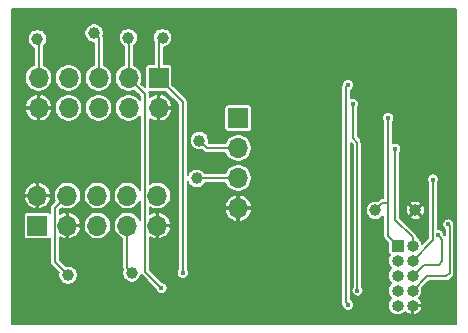
<source format=gtl>
%TF.GenerationSoftware,KiCad,Pcbnew,5.1.8-db9833491~88~ubuntu20.04.1*%
%TF.CreationDate,2021-01-24T20:33:40-05:00*%
%TF.ProjectId,v2.1_breakout,76322e31-5f62-4726-9561-6b6f75742e6b,rev?*%
%TF.SameCoordinates,Original*%
%TF.FileFunction,Copper,L1,Top*%
%TF.FilePolarity,Positive*%
%FSLAX46Y46*%
G04 Gerber Fmt 4.6, Leading zero omitted, Abs format (unit mm)*
G04 Created by KiCad (PCBNEW 5.1.8-db9833491~88~ubuntu20.04.1) date 2021-01-24 20:33:40*
%MOMM*%
%LPD*%
G01*
G04 APERTURE LIST*
%TA.AperFunction,ComponentPad*%
%ADD10O,1.000000X1.000000*%
%TD*%
%TA.AperFunction,ComponentPad*%
%ADD11R,1.000000X1.000000*%
%TD*%
%TA.AperFunction,ComponentPad*%
%ADD12C,1.000000*%
%TD*%
%TA.AperFunction,ComponentPad*%
%ADD13O,1.700000X1.700000*%
%TD*%
%TA.AperFunction,ComponentPad*%
%ADD14R,1.700000X1.700000*%
%TD*%
%TA.AperFunction,ViaPad*%
%ADD15C,0.400000*%
%TD*%
%TA.AperFunction,Conductor*%
%ADD16C,0.203200*%
%TD*%
%TA.AperFunction,Conductor*%
%ADD17C,0.127000*%
%TD*%
%TA.AperFunction,Conductor*%
%ADD18C,0.100000*%
%TD*%
G04 APERTURE END LIST*
D10*
%TO.P,J2,10*%
%TO.N,/GND*%
X76470000Y-171080000D03*
%TO.P,J2,9*%
%TO.N,/TDI*%
X75200000Y-171080000D03*
%TO.P,J2,8*%
%TO.N,/C2D*%
X76470000Y-169810000D03*
%TO.P,J2,7*%
%TO.N,/TMS*%
X75200000Y-169810000D03*
%TO.P,J2,6*%
%TO.N,/C2CK*%
X76470000Y-168540000D03*
%TO.P,J2,5*%
%TO.N,/TDO*%
X75200000Y-168540000D03*
%TO.P,J2,4*%
%TO.N,/UART0_RX*%
X76470000Y-167270000D03*
%TO.P,J2,3*%
%TO.N,/TCK*%
X75200000Y-167270000D03*
%TO.P,J2,2*%
%TO.N,/UART0_TX*%
X76470000Y-166000000D03*
D11*
%TO.P,J2,1*%
%TO.N,/+3V3*%
X75200000Y-166000000D03*
%TD*%
D12*
%TO.P,TP10,1*%
%TO.N,/C2CK*%
X52700000Y-168300000D03*
%TD*%
%TO.P,TP9,1*%
%TO.N,/TMS*%
X49500000Y-148000000D03*
%TD*%
%TO.P,TP8,1*%
%TO.N,/C2D*%
X47300000Y-168500000D03*
%TD*%
%TO.P,TP7,1*%
%TO.N,/TDI*%
X44700000Y-148500000D03*
%TD*%
%TO.P,TP6,1*%
%TO.N,/GND*%
X76700000Y-163000000D03*
%TD*%
%TO.P,TP5,1*%
%TO.N,/+3V3*%
X73300000Y-163000000D03*
%TD*%
%TO.P,TP4,1*%
%TO.N,/UART0_TX*%
X58400000Y-157100000D03*
%TD*%
%TO.P,TP3,1*%
%TO.N,/TCK*%
X55300000Y-148400000D03*
%TD*%
%TO.P,TP2,1*%
%TO.N,/UART0_RX*%
X58200000Y-160300000D03*
%TD*%
%TO.P,TP1,1*%
%TO.N,/TDO*%
X52400000Y-148400000D03*
%TD*%
D13*
%TO.P,J4,4*%
%TO.N,/GND*%
X61700000Y-162820000D03*
%TO.P,J4,3*%
%TO.N,/UART0_RX*%
X61700000Y-160280000D03*
%TO.P,J4,2*%
%TO.N,/UART0_TX*%
X61700000Y-157740000D03*
D14*
%TO.P,J4,1*%
%TO.N,/+3V3*%
X61700000Y-155200000D03*
%TD*%
D13*
%TO.P,J3,10*%
%TO.N,N/C*%
X54860000Y-161760000D03*
%TO.P,J3,9*%
%TO.N,/GND*%
X54860000Y-164300000D03*
%TO.P,J3,8*%
%TO.N,N/C*%
X52320000Y-161760000D03*
%TO.P,J3,7*%
%TO.N,/C2CK*%
X52320000Y-164300000D03*
%TO.P,J3,6*%
%TO.N,N/C*%
X49780000Y-161760000D03*
%TO.P,J3,5*%
X49780000Y-164300000D03*
%TO.P,J3,4*%
%TO.N,/C2D*%
X47240000Y-161760000D03*
%TO.P,J3,3*%
%TO.N,/GND*%
X47240000Y-164300000D03*
%TO.P,J3,2*%
X44700000Y-161760000D03*
D14*
%TO.P,J3,1*%
%TO.N,N/C*%
X44700000Y-164300000D03*
%TD*%
D13*
%TO.P,J1,10*%
%TO.N,/GND*%
X44810000Y-154340000D03*
%TO.P,J1,9*%
%TO.N,/TDI*%
X44810000Y-151800000D03*
%TO.P,J1,8*%
%TO.N,N/C*%
X47350000Y-154340000D03*
%TO.P,J1,7*%
X47350000Y-151800000D03*
%TO.P,J1,6*%
X49890000Y-154340000D03*
%TO.P,J1,5*%
%TO.N,/TMS*%
X49890000Y-151800000D03*
%TO.P,J1,4*%
%TO.N,/+3V3*%
X52430000Y-154340000D03*
%TO.P,J1,3*%
%TO.N,/TDO*%
X52430000Y-151800000D03*
%TO.P,J1,2*%
%TO.N,/GND*%
X54970000Y-154340000D03*
D14*
%TO.P,J1,1*%
%TO.N,/TCK*%
X54970000Y-151800000D03*
%TD*%
D15*
%TO.N,/GND*%
X75100000Y-172300000D03*
X62200000Y-169800000D03*
X69000000Y-150500000D03*
X46000000Y-158900000D03*
X58700000Y-167200000D03*
X58300000Y-148700000D03*
X68900000Y-158700000D03*
X71300000Y-162700000D03*
X74500000Y-150000000D03*
X72200000Y-157100000D03*
X72300000Y-149700000D03*
X76800000Y-156500000D03*
X61700000Y-166700000D03*
X50400000Y-168200000D03*
X55000000Y-158400000D03*
X51400000Y-158100000D03*
X58500000Y-162100000D03*
%TO.N,/TDI*%
X71000000Y-152400000D03*
X71000000Y-171000000D03*
%TO.N,/TMS*%
X71400000Y-154000000D03*
X71800000Y-169800000D03*
%TO.N,/+3V3*%
X74400000Y-155200000D03*
%TO.N,/TDO*%
X55200000Y-169600000D03*
%TO.N,/TCK*%
X57000000Y-168300000D03*
%TO.N,/C2CK*%
X78600000Y-165100000D03*
%TO.N,/C2D*%
X79496800Y-164200000D03*
%TO.N,/UART0_TX*%
X75000000Y-157800000D03*
%TO.N,/UART0_RX*%
X78200000Y-160400000D03*
%TD*%
D16*
%TO.N,/TDI*%
X44810000Y-148610000D02*
X44700000Y-148500000D01*
X44810000Y-151800000D02*
X44810000Y-148610000D01*
X70800001Y-170800001D02*
X71000000Y-171000000D01*
X70800001Y-152599999D02*
X70800001Y-170800001D01*
X71000000Y-152400000D02*
X70800001Y-152599999D01*
%TO.N,/TMS*%
X49890000Y-148390000D02*
X49500000Y-148000000D01*
X49890000Y-151800000D02*
X49890000Y-148390000D01*
X71800000Y-157296738D02*
X71800000Y-169800000D01*
X71400000Y-156896738D02*
X71800000Y-157296738D01*
X71400000Y-154000000D02*
X71400000Y-156896738D01*
%TO.N,/+3V3*%
X74400000Y-165200000D02*
X75200000Y-166000000D01*
X73900000Y-162400000D02*
X73300000Y-163000000D01*
X74400000Y-162400000D02*
X73900000Y-162400000D01*
X74400000Y-155200000D02*
X74400000Y-162400000D01*
X74400000Y-162400000D02*
X74400000Y-165200000D01*
%TO.N,/TDO*%
X52430000Y-148430000D02*
X52400000Y-148400000D01*
X52430000Y-151800000D02*
X52430000Y-148430000D01*
X53806799Y-153176799D02*
X53806799Y-168206799D01*
X52430000Y-151800000D02*
X53806799Y-153176799D01*
X53806799Y-168206799D02*
X55200000Y-169600000D01*
%TO.N,/TCK*%
X54970000Y-148730000D02*
X55300000Y-148400000D01*
X54970000Y-151800000D02*
X54970000Y-148730000D01*
X54970000Y-151800000D02*
X57000000Y-153830000D01*
X57000000Y-153830000D02*
X57000000Y-168300000D01*
%TO.N,/C2CK*%
X52320000Y-167920000D02*
X52700000Y-168300000D01*
X52320000Y-164300000D02*
X52320000Y-167920000D01*
X77410000Y-167600000D02*
X76470000Y-168540000D01*
X78685570Y-167600000D02*
X77410000Y-167600000D01*
X78985570Y-167300000D02*
X78685570Y-167600000D01*
X78985570Y-165500000D02*
X78985570Y-167300000D01*
X78788790Y-165303220D02*
X78985570Y-165500000D01*
X78788790Y-165288790D02*
X78788790Y-165303220D01*
X78600000Y-165100000D02*
X78788790Y-165288790D01*
%TO.N,/C2D*%
X46186799Y-167386799D02*
X47300000Y-168500000D01*
X46186799Y-162813201D02*
X46186799Y-167386799D01*
X47240000Y-161760000D02*
X46186799Y-162813201D01*
X77680000Y-168600000D02*
X76470000Y-169810000D01*
X79295190Y-168600000D02*
X77680000Y-168600000D01*
X79595190Y-168300000D02*
X79295190Y-168600000D01*
X79595190Y-164298390D02*
X79595190Y-168300000D01*
X79496800Y-164200000D02*
X79595190Y-164298390D01*
%TO.N,/UART0_TX*%
X59040000Y-157740000D02*
X58400000Y-157100000D01*
X61700000Y-157740000D02*
X59040000Y-157740000D01*
X76470000Y-165292894D02*
X76470000Y-166000000D01*
X75000000Y-163822894D02*
X76470000Y-165292894D01*
X75000000Y-157800000D02*
X75000000Y-163822894D01*
%TO.N,/UART0_RX*%
X58220000Y-160280000D02*
X58200000Y-160300000D01*
X61700000Y-160280000D02*
X58220000Y-160280000D01*
X78200000Y-160400000D02*
X78200000Y-163400000D01*
X78196799Y-165543201D02*
X76470000Y-167270000D01*
X78196799Y-163403201D02*
X78196799Y-165543201D01*
X78200000Y-163400000D02*
X78196799Y-163403201D01*
%TD*%
D17*
%TO.N,/GND*%
X80157500Y-172657500D02*
X42542500Y-172657500D01*
X42542500Y-163450000D01*
X43530964Y-163450000D01*
X43530964Y-165150000D01*
X43537094Y-165212241D01*
X43555249Y-165272090D01*
X43584731Y-165327247D01*
X43624407Y-165375593D01*
X43672753Y-165415269D01*
X43727910Y-165444751D01*
X43787759Y-165462906D01*
X43850000Y-165469036D01*
X45550000Y-165469036D01*
X45612241Y-165462906D01*
X45672090Y-165444751D01*
X45727247Y-165415269D01*
X45767700Y-165382071D01*
X45767700Y-167366209D01*
X45765672Y-167386799D01*
X45773764Y-167468956D01*
X45797729Y-167547957D01*
X45830411Y-167609100D01*
X45836646Y-167620765D01*
X45889018Y-167684581D01*
X45905005Y-167697701D01*
X46506439Y-168299135D01*
X46482500Y-168419483D01*
X46482500Y-168580517D01*
X46513916Y-168738456D01*
X46575540Y-168887232D01*
X46665006Y-169021126D01*
X46778874Y-169134994D01*
X46912768Y-169224460D01*
X47061544Y-169286084D01*
X47219483Y-169317500D01*
X47380517Y-169317500D01*
X47538456Y-169286084D01*
X47687232Y-169224460D01*
X47821126Y-169134994D01*
X47934994Y-169021126D01*
X48024460Y-168887232D01*
X48086084Y-168738456D01*
X48117500Y-168580517D01*
X48117500Y-168419483D01*
X48086084Y-168261544D01*
X48024460Y-168112768D01*
X47934994Y-167978874D01*
X47821126Y-167865006D01*
X47687232Y-167775540D01*
X47538456Y-167713916D01*
X47380517Y-167682500D01*
X47219483Y-167682500D01*
X47099135Y-167706439D01*
X46605899Y-167213203D01*
X46605899Y-165280260D01*
X46606147Y-165280457D01*
X46809604Y-165385276D01*
X46994915Y-165441486D01*
X47176500Y-165386271D01*
X47176500Y-164363500D01*
X47303500Y-164363500D01*
X47303500Y-165386271D01*
X47485085Y-165441486D01*
X47670396Y-165385276D01*
X47873853Y-165280457D01*
X48052951Y-165137959D01*
X48200808Y-164963259D01*
X48311742Y-164763070D01*
X48381489Y-164545086D01*
X48326400Y-164363500D01*
X47303500Y-164363500D01*
X47176500Y-164363500D01*
X47156500Y-164363500D01*
X47156500Y-164236500D01*
X47176500Y-164236500D01*
X47176500Y-163213729D01*
X47303500Y-163213729D01*
X47303500Y-164236500D01*
X48326400Y-164236500D01*
X48342020Y-164185011D01*
X48612500Y-164185011D01*
X48612500Y-164414989D01*
X48657366Y-164640547D01*
X48745375Y-164853019D01*
X48873144Y-165044238D01*
X49035762Y-165206856D01*
X49226981Y-165334625D01*
X49439453Y-165422634D01*
X49665011Y-165467500D01*
X49894989Y-165467500D01*
X50120547Y-165422634D01*
X50333019Y-165334625D01*
X50524238Y-165206856D01*
X50686856Y-165044238D01*
X50814625Y-164853019D01*
X50902634Y-164640547D01*
X50947500Y-164414989D01*
X50947500Y-164185011D01*
X50902634Y-163959453D01*
X50814625Y-163746981D01*
X50686856Y-163555762D01*
X50524238Y-163393144D01*
X50333019Y-163265375D01*
X50120547Y-163177366D01*
X49894989Y-163132500D01*
X49665011Y-163132500D01*
X49439453Y-163177366D01*
X49226981Y-163265375D01*
X49035762Y-163393144D01*
X48873144Y-163555762D01*
X48745375Y-163746981D01*
X48657366Y-163959453D01*
X48612500Y-164185011D01*
X48342020Y-164185011D01*
X48381489Y-164054914D01*
X48311742Y-163836930D01*
X48200808Y-163636741D01*
X48052951Y-163462041D01*
X47873853Y-163319543D01*
X47670396Y-163214724D01*
X47485085Y-163158514D01*
X47303500Y-163213729D01*
X47176500Y-163213729D01*
X46994915Y-163158514D01*
X46809604Y-163214724D01*
X46606147Y-163319543D01*
X46605899Y-163319740D01*
X46605899Y-162986797D01*
X46765534Y-162827163D01*
X46899453Y-162882634D01*
X47125011Y-162927500D01*
X47354989Y-162927500D01*
X47580547Y-162882634D01*
X47793019Y-162794625D01*
X47984238Y-162666856D01*
X48146856Y-162504238D01*
X48274625Y-162313019D01*
X48362634Y-162100547D01*
X48407500Y-161874989D01*
X48407500Y-161645011D01*
X48612500Y-161645011D01*
X48612500Y-161874989D01*
X48657366Y-162100547D01*
X48745375Y-162313019D01*
X48873144Y-162504238D01*
X49035762Y-162666856D01*
X49226981Y-162794625D01*
X49439453Y-162882634D01*
X49665011Y-162927500D01*
X49894989Y-162927500D01*
X50120547Y-162882634D01*
X50333019Y-162794625D01*
X50524238Y-162666856D01*
X50686856Y-162504238D01*
X50814625Y-162313019D01*
X50902634Y-162100547D01*
X50947500Y-161874989D01*
X50947500Y-161645011D01*
X51152500Y-161645011D01*
X51152500Y-161874989D01*
X51197366Y-162100547D01*
X51285375Y-162313019D01*
X51413144Y-162504238D01*
X51575762Y-162666856D01*
X51766981Y-162794625D01*
X51979453Y-162882634D01*
X52205011Y-162927500D01*
X52434989Y-162927500D01*
X52660547Y-162882634D01*
X52873019Y-162794625D01*
X53064238Y-162666856D01*
X53226856Y-162504238D01*
X53354625Y-162313019D01*
X53387700Y-162233170D01*
X53387700Y-163826830D01*
X53354625Y-163746981D01*
X53226856Y-163555762D01*
X53064238Y-163393144D01*
X52873019Y-163265375D01*
X52660547Y-163177366D01*
X52434989Y-163132500D01*
X52205011Y-163132500D01*
X51979453Y-163177366D01*
X51766981Y-163265375D01*
X51575762Y-163393144D01*
X51413144Y-163555762D01*
X51285375Y-163746981D01*
X51197366Y-163959453D01*
X51152500Y-164185011D01*
X51152500Y-164414989D01*
X51197366Y-164640547D01*
X51285375Y-164853019D01*
X51413144Y-165044238D01*
X51575762Y-165206856D01*
X51766981Y-165334625D01*
X51900900Y-165390096D01*
X51900901Y-167899410D01*
X51898873Y-167920000D01*
X51906965Y-168002157D01*
X51920303Y-168046125D01*
X51913916Y-168061544D01*
X51882500Y-168219483D01*
X51882500Y-168380517D01*
X51913916Y-168538456D01*
X51975540Y-168687232D01*
X52065006Y-168821126D01*
X52178874Y-168934994D01*
X52312768Y-169024460D01*
X52461544Y-169086084D01*
X52619483Y-169117500D01*
X52780517Y-169117500D01*
X52938456Y-169086084D01*
X53087232Y-169024460D01*
X53221126Y-168934994D01*
X53334994Y-168821126D01*
X53424460Y-168687232D01*
X53486084Y-168538456D01*
X53495982Y-168488696D01*
X53509018Y-168504581D01*
X53525005Y-168517701D01*
X54688516Y-169681213D01*
X54702387Y-169750949D01*
X54741397Y-169845128D01*
X54798031Y-169929887D01*
X54870113Y-170001969D01*
X54954872Y-170058603D01*
X55049051Y-170097613D01*
X55149031Y-170117500D01*
X55250969Y-170117500D01*
X55350949Y-170097613D01*
X55445128Y-170058603D01*
X55529887Y-170001969D01*
X55601969Y-169929887D01*
X55658603Y-169845128D01*
X55697613Y-169750949D01*
X55717500Y-169650969D01*
X55717500Y-169549031D01*
X55697613Y-169449051D01*
X55658603Y-169354872D01*
X55601969Y-169270113D01*
X55529887Y-169198031D01*
X55445128Y-169141397D01*
X55350949Y-169102387D01*
X55281213Y-169088516D01*
X54225899Y-168033203D01*
X54225899Y-165280260D01*
X54226147Y-165280457D01*
X54429604Y-165385276D01*
X54614915Y-165441486D01*
X54796500Y-165386271D01*
X54796500Y-164363500D01*
X54923500Y-164363500D01*
X54923500Y-165386271D01*
X55105085Y-165441486D01*
X55290396Y-165385276D01*
X55493853Y-165280457D01*
X55672951Y-165137959D01*
X55820808Y-164963259D01*
X55931742Y-164763070D01*
X56001489Y-164545086D01*
X55946400Y-164363500D01*
X54923500Y-164363500D01*
X54796500Y-164363500D01*
X54776500Y-164363500D01*
X54776500Y-164236500D01*
X54796500Y-164236500D01*
X54796500Y-163213729D01*
X54923500Y-163213729D01*
X54923500Y-164236500D01*
X55946400Y-164236500D01*
X56001489Y-164054914D01*
X55931742Y-163836930D01*
X55820808Y-163636741D01*
X55672951Y-163462041D01*
X55493853Y-163319543D01*
X55290396Y-163214724D01*
X55105085Y-163158514D01*
X54923500Y-163213729D01*
X54796500Y-163213729D01*
X54614915Y-163158514D01*
X54429604Y-163214724D01*
X54226147Y-163319543D01*
X54225899Y-163319740D01*
X54225899Y-162740448D01*
X54306981Y-162794625D01*
X54519453Y-162882634D01*
X54745011Y-162927500D01*
X54974989Y-162927500D01*
X55200547Y-162882634D01*
X55413019Y-162794625D01*
X55604238Y-162666856D01*
X55766856Y-162504238D01*
X55894625Y-162313019D01*
X55982634Y-162100547D01*
X56027500Y-161874989D01*
X56027500Y-161645011D01*
X55982634Y-161419453D01*
X55894625Y-161206981D01*
X55766856Y-161015762D01*
X55604238Y-160853144D01*
X55413019Y-160725375D01*
X55200547Y-160637366D01*
X54974989Y-160592500D01*
X54745011Y-160592500D01*
X54519453Y-160637366D01*
X54306981Y-160725375D01*
X54225899Y-160779552D01*
X54225899Y-155232739D01*
X54336147Y-155320457D01*
X54539604Y-155425276D01*
X54724915Y-155481486D01*
X54906500Y-155426271D01*
X54906500Y-154403500D01*
X55033500Y-154403500D01*
X55033500Y-155426271D01*
X55215085Y-155481486D01*
X55400396Y-155425276D01*
X55603853Y-155320457D01*
X55782951Y-155177959D01*
X55930808Y-155003259D01*
X56041742Y-154803070D01*
X56111489Y-154585086D01*
X56056400Y-154403500D01*
X55033500Y-154403500D01*
X54906500Y-154403500D01*
X54886500Y-154403500D01*
X54886500Y-154276500D01*
X54906500Y-154276500D01*
X54906500Y-153253729D01*
X55033500Y-153253729D01*
X55033500Y-154276500D01*
X56056400Y-154276500D01*
X56111489Y-154094914D01*
X56041742Y-153876930D01*
X55930808Y-153676741D01*
X55782951Y-153502041D01*
X55603853Y-153359543D01*
X55400396Y-153254724D01*
X55215085Y-153198514D01*
X55033500Y-153253729D01*
X54906500Y-153253729D01*
X54724915Y-153198514D01*
X54539604Y-153254724D01*
X54336147Y-153359543D01*
X54225899Y-153447261D01*
X54225899Y-153197379D01*
X54227926Y-153176799D01*
X54219834Y-153094641D01*
X54195870Y-153015641D01*
X54170959Y-152969036D01*
X55546340Y-152969036D01*
X56580900Y-154003597D01*
X56580901Y-167995750D01*
X56541397Y-168054872D01*
X56502387Y-168149051D01*
X56482500Y-168249031D01*
X56482500Y-168350969D01*
X56502387Y-168450949D01*
X56541397Y-168545128D01*
X56598031Y-168629887D01*
X56670113Y-168701969D01*
X56754872Y-168758603D01*
X56849051Y-168797613D01*
X56949031Y-168817500D01*
X57050969Y-168817500D01*
X57150949Y-168797613D01*
X57245128Y-168758603D01*
X57329887Y-168701969D01*
X57401969Y-168629887D01*
X57458603Y-168545128D01*
X57497613Y-168450949D01*
X57517500Y-168350969D01*
X57517500Y-168249031D01*
X57497613Y-168149051D01*
X57458603Y-168054872D01*
X57419100Y-167995751D01*
X57419100Y-163065085D01*
X60558514Y-163065085D01*
X60614724Y-163250396D01*
X60719543Y-163453853D01*
X60862041Y-163632951D01*
X61036741Y-163780808D01*
X61236930Y-163891742D01*
X61454914Y-163961489D01*
X61636500Y-163906400D01*
X61636500Y-162883500D01*
X61763500Y-162883500D01*
X61763500Y-163906400D01*
X61945086Y-163961489D01*
X62163070Y-163891742D01*
X62363259Y-163780808D01*
X62537959Y-163632951D01*
X62680457Y-163453853D01*
X62785276Y-163250396D01*
X62841486Y-163065085D01*
X62786271Y-162883500D01*
X61763500Y-162883500D01*
X61636500Y-162883500D01*
X60613729Y-162883500D01*
X60558514Y-163065085D01*
X57419100Y-163065085D01*
X57419100Y-162574915D01*
X60558514Y-162574915D01*
X60613729Y-162756500D01*
X61636500Y-162756500D01*
X61636500Y-161733600D01*
X61763500Y-161733600D01*
X61763500Y-162756500D01*
X62786271Y-162756500D01*
X62841486Y-162574915D01*
X62785276Y-162389604D01*
X62680457Y-162186147D01*
X62537959Y-162007049D01*
X62363259Y-161859192D01*
X62163070Y-161748258D01*
X61945086Y-161678511D01*
X61763500Y-161733600D01*
X61636500Y-161733600D01*
X61454914Y-161678511D01*
X61236930Y-161748258D01*
X61036741Y-161859192D01*
X60862041Y-162007049D01*
X60719543Y-162186147D01*
X60614724Y-162389604D01*
X60558514Y-162574915D01*
X57419100Y-162574915D01*
X57419100Y-160550971D01*
X57475540Y-160687232D01*
X57565006Y-160821126D01*
X57678874Y-160934994D01*
X57812768Y-161024460D01*
X57961544Y-161086084D01*
X58119483Y-161117500D01*
X58280517Y-161117500D01*
X58438456Y-161086084D01*
X58587232Y-161024460D01*
X58721126Y-160934994D01*
X58834994Y-160821126D01*
X58916530Y-160699100D01*
X60609904Y-160699100D01*
X60665375Y-160833019D01*
X60793144Y-161024238D01*
X60955762Y-161186856D01*
X61146981Y-161314625D01*
X61359453Y-161402634D01*
X61585011Y-161447500D01*
X61814989Y-161447500D01*
X62040547Y-161402634D01*
X62253019Y-161314625D01*
X62444238Y-161186856D01*
X62606856Y-161024238D01*
X62734625Y-160833019D01*
X62822634Y-160620547D01*
X62867500Y-160394989D01*
X62867500Y-160165011D01*
X62822634Y-159939453D01*
X62734625Y-159726981D01*
X62606856Y-159535762D01*
X62444238Y-159373144D01*
X62253019Y-159245375D01*
X62040547Y-159157366D01*
X61814989Y-159112500D01*
X61585011Y-159112500D01*
X61359453Y-159157366D01*
X61146981Y-159245375D01*
X60955762Y-159373144D01*
X60793144Y-159535762D01*
X60665375Y-159726981D01*
X60609904Y-159860900D01*
X58889803Y-159860900D01*
X58834994Y-159778874D01*
X58721126Y-159665006D01*
X58587232Y-159575540D01*
X58438456Y-159513916D01*
X58280517Y-159482500D01*
X58119483Y-159482500D01*
X57961544Y-159513916D01*
X57812768Y-159575540D01*
X57678874Y-159665006D01*
X57565006Y-159778874D01*
X57475540Y-159912768D01*
X57419100Y-160049029D01*
X57419100Y-157019483D01*
X57582500Y-157019483D01*
X57582500Y-157180517D01*
X57613916Y-157338456D01*
X57675540Y-157487232D01*
X57765006Y-157621126D01*
X57878874Y-157734994D01*
X58012768Y-157824460D01*
X58161544Y-157886084D01*
X58319483Y-157917500D01*
X58480517Y-157917500D01*
X58600865Y-157893561D01*
X58729093Y-158021789D01*
X58742218Y-158037782D01*
X58806034Y-158090154D01*
X58878842Y-158129071D01*
X58957842Y-158153035D01*
X59040000Y-158161127D01*
X59060580Y-158159100D01*
X60609904Y-158159100D01*
X60665375Y-158293019D01*
X60793144Y-158484238D01*
X60955762Y-158646856D01*
X61146981Y-158774625D01*
X61359453Y-158862634D01*
X61585011Y-158907500D01*
X61814989Y-158907500D01*
X62040547Y-158862634D01*
X62253019Y-158774625D01*
X62444238Y-158646856D01*
X62606856Y-158484238D01*
X62734625Y-158293019D01*
X62822634Y-158080547D01*
X62867500Y-157854989D01*
X62867500Y-157625011D01*
X62822634Y-157399453D01*
X62734625Y-157186981D01*
X62606856Y-156995762D01*
X62444238Y-156833144D01*
X62253019Y-156705375D01*
X62040547Y-156617366D01*
X61814989Y-156572500D01*
X61585011Y-156572500D01*
X61359453Y-156617366D01*
X61146981Y-156705375D01*
X60955762Y-156833144D01*
X60793144Y-156995762D01*
X60665375Y-157186981D01*
X60609904Y-157320900D01*
X59213596Y-157320900D01*
X59193561Y-157300865D01*
X59217500Y-157180517D01*
X59217500Y-157019483D01*
X59186084Y-156861544D01*
X59124460Y-156712768D01*
X59034994Y-156578874D01*
X58921126Y-156465006D01*
X58787232Y-156375540D01*
X58638456Y-156313916D01*
X58480517Y-156282500D01*
X58319483Y-156282500D01*
X58161544Y-156313916D01*
X58012768Y-156375540D01*
X57878874Y-156465006D01*
X57765006Y-156578874D01*
X57675540Y-156712768D01*
X57613916Y-156861544D01*
X57582500Y-157019483D01*
X57419100Y-157019483D01*
X57419100Y-154350000D01*
X60530964Y-154350000D01*
X60530964Y-156050000D01*
X60537094Y-156112241D01*
X60555249Y-156172090D01*
X60584731Y-156227247D01*
X60624407Y-156275593D01*
X60672753Y-156315269D01*
X60727910Y-156344751D01*
X60787759Y-156362906D01*
X60850000Y-156369036D01*
X62550000Y-156369036D01*
X62612241Y-156362906D01*
X62672090Y-156344751D01*
X62727247Y-156315269D01*
X62775593Y-156275593D01*
X62815269Y-156227247D01*
X62844751Y-156172090D01*
X62862906Y-156112241D01*
X62869036Y-156050000D01*
X62869036Y-154350000D01*
X62862906Y-154287759D01*
X62844751Y-154227910D01*
X62815269Y-154172753D01*
X62775593Y-154124407D01*
X62727247Y-154084731D01*
X62672090Y-154055249D01*
X62612241Y-154037094D01*
X62550000Y-154030964D01*
X60850000Y-154030964D01*
X60787759Y-154037094D01*
X60727910Y-154055249D01*
X60672753Y-154084731D01*
X60624407Y-154124407D01*
X60584731Y-154172753D01*
X60555249Y-154227910D01*
X60537094Y-154287759D01*
X60530964Y-154350000D01*
X57419100Y-154350000D01*
X57419100Y-153850580D01*
X57421127Y-153830000D01*
X57413035Y-153747843D01*
X57399195Y-153702218D01*
X57389071Y-153668842D01*
X57350154Y-153596034D01*
X57297782Y-153532218D01*
X57281796Y-153519099D01*
X56362696Y-152599999D01*
X70378874Y-152599999D01*
X70380901Y-152620579D01*
X70380902Y-170779411D01*
X70378874Y-170800001D01*
X70386966Y-170882158D01*
X70410931Y-170961159D01*
X70440512Y-171016500D01*
X70449848Y-171033967D01*
X70488482Y-171081043D01*
X70502387Y-171150949D01*
X70541397Y-171245128D01*
X70598031Y-171329887D01*
X70670113Y-171401969D01*
X70754872Y-171458603D01*
X70849051Y-171497613D01*
X70949031Y-171517500D01*
X71050969Y-171517500D01*
X71150949Y-171497613D01*
X71245128Y-171458603D01*
X71329887Y-171401969D01*
X71401969Y-171329887D01*
X71458603Y-171245128D01*
X71497613Y-171150949D01*
X71517500Y-171050969D01*
X71517500Y-170949031D01*
X71497613Y-170849051D01*
X71458603Y-170754872D01*
X71401969Y-170670113D01*
X71329887Y-170598031D01*
X71245128Y-170541397D01*
X71219101Y-170530616D01*
X71219101Y-157308535D01*
X71380900Y-157470335D01*
X71380901Y-169495750D01*
X71341397Y-169554872D01*
X71302387Y-169649051D01*
X71282500Y-169749031D01*
X71282500Y-169850969D01*
X71302387Y-169950949D01*
X71341397Y-170045128D01*
X71398031Y-170129887D01*
X71470113Y-170201969D01*
X71554872Y-170258603D01*
X71649051Y-170297613D01*
X71749031Y-170317500D01*
X71850969Y-170317500D01*
X71950949Y-170297613D01*
X72045128Y-170258603D01*
X72129887Y-170201969D01*
X72201969Y-170129887D01*
X72258603Y-170045128D01*
X72297613Y-169950949D01*
X72317500Y-169850969D01*
X72317500Y-169749031D01*
X72297613Y-169649051D01*
X72258603Y-169554872D01*
X72219100Y-169495751D01*
X72219100Y-162919483D01*
X72482500Y-162919483D01*
X72482500Y-163080517D01*
X72513916Y-163238456D01*
X72575540Y-163387232D01*
X72665006Y-163521126D01*
X72778874Y-163634994D01*
X72912768Y-163724460D01*
X73061544Y-163786084D01*
X73219483Y-163817500D01*
X73380517Y-163817500D01*
X73538456Y-163786084D01*
X73687232Y-163724460D01*
X73821126Y-163634994D01*
X73934994Y-163521126D01*
X73980900Y-163452423D01*
X73980901Y-165179410D01*
X73978873Y-165200000D01*
X73986965Y-165282157D01*
X74010930Y-165361158D01*
X74047667Y-165429887D01*
X74049847Y-165433966D01*
X74102219Y-165497782D01*
X74118206Y-165510902D01*
X74380964Y-165773660D01*
X74380964Y-166500000D01*
X74387094Y-166562241D01*
X74405249Y-166622090D01*
X74434731Y-166677247D01*
X74474407Y-166725593D01*
X74522753Y-166765269D01*
X74545815Y-166777596D01*
X74475540Y-166882768D01*
X74413916Y-167031544D01*
X74382500Y-167189483D01*
X74382500Y-167350517D01*
X74413916Y-167508456D01*
X74475540Y-167657232D01*
X74565006Y-167791126D01*
X74678874Y-167904994D01*
X74678883Y-167905000D01*
X74678874Y-167905006D01*
X74565006Y-168018874D01*
X74475540Y-168152768D01*
X74413916Y-168301544D01*
X74382500Y-168459483D01*
X74382500Y-168620517D01*
X74413916Y-168778456D01*
X74475540Y-168927232D01*
X74565006Y-169061126D01*
X74678874Y-169174994D01*
X74678883Y-169175000D01*
X74678874Y-169175006D01*
X74565006Y-169288874D01*
X74475540Y-169422768D01*
X74413916Y-169571544D01*
X74382500Y-169729483D01*
X74382500Y-169890517D01*
X74413916Y-170048456D01*
X74475540Y-170197232D01*
X74565006Y-170331126D01*
X74678874Y-170444994D01*
X74678883Y-170445000D01*
X74678874Y-170445006D01*
X74565006Y-170558874D01*
X74475540Y-170692768D01*
X74413916Y-170841544D01*
X74382500Y-170999483D01*
X74382500Y-171160517D01*
X74413916Y-171318456D01*
X74475540Y-171467232D01*
X74565006Y-171601126D01*
X74678874Y-171714994D01*
X74812768Y-171804460D01*
X74961544Y-171866084D01*
X75119483Y-171897500D01*
X75280517Y-171897500D01*
X75438456Y-171866084D01*
X75587232Y-171804460D01*
X75721126Y-171714994D01*
X75834994Y-171601126D01*
X75839279Y-171594712D01*
X75870125Y-171635394D01*
X75990003Y-171741752D01*
X76128327Y-171822679D01*
X76279782Y-171875066D01*
X76406500Y-171815659D01*
X76406500Y-171143500D01*
X76533500Y-171143500D01*
X76533500Y-171815659D01*
X76660218Y-171875066D01*
X76811673Y-171822679D01*
X76949997Y-171741752D01*
X77069875Y-171635394D01*
X77166701Y-171507692D01*
X77236753Y-171363554D01*
X77265062Y-171270217D01*
X77205389Y-171143500D01*
X76533500Y-171143500D01*
X76406500Y-171143500D01*
X76386500Y-171143500D01*
X76386500Y-171016500D01*
X76406500Y-171016500D01*
X76406500Y-170996500D01*
X76533500Y-170996500D01*
X76533500Y-171016500D01*
X77205389Y-171016500D01*
X77265062Y-170889783D01*
X77236753Y-170796446D01*
X77166701Y-170652308D01*
X77069875Y-170524606D01*
X76984861Y-170449180D01*
X76991126Y-170444994D01*
X77104994Y-170331126D01*
X77194460Y-170197232D01*
X77256084Y-170048456D01*
X77287500Y-169890517D01*
X77287500Y-169729483D01*
X77263561Y-169609135D01*
X77853597Y-169019100D01*
X79274610Y-169019100D01*
X79295190Y-169021127D01*
X79315770Y-169019100D01*
X79377348Y-169013035D01*
X79456348Y-168989071D01*
X79529156Y-168950154D01*
X79592972Y-168897782D01*
X79606097Y-168881789D01*
X79876984Y-168610903D01*
X79892972Y-168597782D01*
X79945344Y-168533966D01*
X79984261Y-168461158D01*
X80008225Y-168382158D01*
X80014290Y-168320580D01*
X80016317Y-168300001D01*
X80014290Y-168279421D01*
X80014290Y-164318966D01*
X80016317Y-164298389D01*
X80012525Y-164259893D01*
X80014300Y-164250969D01*
X80014300Y-164149031D01*
X79994413Y-164049051D01*
X79955403Y-163954872D01*
X79898769Y-163870113D01*
X79826687Y-163798031D01*
X79741928Y-163741397D01*
X79647749Y-163702387D01*
X79547769Y-163682500D01*
X79445831Y-163682500D01*
X79345851Y-163702387D01*
X79251672Y-163741397D01*
X79166913Y-163798031D01*
X79094831Y-163870113D01*
X79038197Y-163954872D01*
X78999187Y-164049051D01*
X78979300Y-164149031D01*
X78979300Y-164250969D01*
X78999187Y-164350949D01*
X79038197Y-164445128D01*
X79094831Y-164529887D01*
X79166913Y-164601969D01*
X79176090Y-164608101D01*
X79176090Y-165097824D01*
X79145666Y-165067400D01*
X79138944Y-165054824D01*
X79112161Y-165022188D01*
X79097613Y-164949051D01*
X79058603Y-164854872D01*
X79001969Y-164770113D01*
X78929887Y-164698031D01*
X78845128Y-164641397D01*
X78750949Y-164602387D01*
X78650969Y-164582500D01*
X78615899Y-164582500D01*
X78615899Y-163453080D01*
X78619100Y-163420580D01*
X78621127Y-163400000D01*
X78619100Y-163379420D01*
X78619100Y-160704249D01*
X78658603Y-160645128D01*
X78697613Y-160550949D01*
X78717500Y-160450969D01*
X78717500Y-160349031D01*
X78697613Y-160249051D01*
X78658603Y-160154872D01*
X78601969Y-160070113D01*
X78529887Y-159998031D01*
X78445128Y-159941397D01*
X78350949Y-159902387D01*
X78250969Y-159882500D01*
X78149031Y-159882500D01*
X78049051Y-159902387D01*
X77954872Y-159941397D01*
X77870113Y-159998031D01*
X77798031Y-160070113D01*
X77741397Y-160154872D01*
X77702387Y-160249051D01*
X77682500Y-160349031D01*
X77682500Y-160450969D01*
X77702387Y-160550949D01*
X77741397Y-160645128D01*
X77780900Y-160704249D01*
X77780901Y-163350112D01*
X77775672Y-163403201D01*
X77777699Y-163423781D01*
X77777700Y-165369603D01*
X77277599Y-165869705D01*
X77256084Y-165761544D01*
X77194460Y-165612768D01*
X77104994Y-165478874D01*
X76991126Y-165365006D01*
X76890638Y-165297861D01*
X76891127Y-165292894D01*
X76883035Y-165210736D01*
X76864611Y-165150000D01*
X76859071Y-165131736D01*
X76820154Y-165058928D01*
X76767782Y-164995112D01*
X76751796Y-164981993D01*
X75419100Y-163649298D01*
X75419100Y-163567707D01*
X76222096Y-163567707D01*
X76269978Y-163699908D01*
X76414786Y-163770353D01*
X76570556Y-163811193D01*
X76731299Y-163820860D01*
X76890840Y-163798981D01*
X77043046Y-163746398D01*
X77130022Y-163699908D01*
X77177904Y-163567707D01*
X76700000Y-163089803D01*
X76222096Y-163567707D01*
X75419100Y-163567707D01*
X75419100Y-163031299D01*
X75879140Y-163031299D01*
X75901019Y-163190840D01*
X75953602Y-163343046D01*
X76000092Y-163430022D01*
X76132293Y-163477904D01*
X76610197Y-163000000D01*
X76789803Y-163000000D01*
X77267707Y-163477904D01*
X77399908Y-163430022D01*
X77470353Y-163285214D01*
X77511193Y-163129444D01*
X77520860Y-162968701D01*
X77498981Y-162809160D01*
X77446398Y-162656954D01*
X77399908Y-162569978D01*
X77267707Y-162522096D01*
X76789803Y-163000000D01*
X76610197Y-163000000D01*
X76132293Y-162522096D01*
X76000092Y-162569978D01*
X75929647Y-162714786D01*
X75888807Y-162870556D01*
X75879140Y-163031299D01*
X75419100Y-163031299D01*
X75419100Y-162432293D01*
X76222096Y-162432293D01*
X76700000Y-162910197D01*
X77177904Y-162432293D01*
X77130022Y-162300092D01*
X76985214Y-162229647D01*
X76829444Y-162188807D01*
X76668701Y-162179140D01*
X76509160Y-162201019D01*
X76356954Y-162253602D01*
X76269978Y-162300092D01*
X76222096Y-162432293D01*
X75419100Y-162432293D01*
X75419100Y-158104249D01*
X75458603Y-158045128D01*
X75497613Y-157950949D01*
X75517500Y-157850969D01*
X75517500Y-157749031D01*
X75497613Y-157649051D01*
X75458603Y-157554872D01*
X75401969Y-157470113D01*
X75329887Y-157398031D01*
X75245128Y-157341397D01*
X75150949Y-157302387D01*
X75050969Y-157282500D01*
X74949031Y-157282500D01*
X74849051Y-157302387D01*
X74819100Y-157314793D01*
X74819100Y-155504249D01*
X74858603Y-155445128D01*
X74897613Y-155350949D01*
X74917500Y-155250969D01*
X74917500Y-155149031D01*
X74897613Y-155049051D01*
X74858603Y-154954872D01*
X74801969Y-154870113D01*
X74729887Y-154798031D01*
X74645128Y-154741397D01*
X74550949Y-154702387D01*
X74450969Y-154682500D01*
X74349031Y-154682500D01*
X74249051Y-154702387D01*
X74154872Y-154741397D01*
X74070113Y-154798031D01*
X73998031Y-154870113D01*
X73941397Y-154954872D01*
X73902387Y-155049051D01*
X73882500Y-155149031D01*
X73882500Y-155250969D01*
X73902387Y-155350949D01*
X73941397Y-155445128D01*
X73980900Y-155504249D01*
X73980901Y-161980900D01*
X73920579Y-161980900D01*
X73899999Y-161978873D01*
X73817842Y-161986965D01*
X73738842Y-162010929D01*
X73666034Y-162049846D01*
X73602218Y-162102218D01*
X73589097Y-162118206D01*
X73500865Y-162206439D01*
X73380517Y-162182500D01*
X73219483Y-162182500D01*
X73061544Y-162213916D01*
X72912768Y-162275540D01*
X72778874Y-162365006D01*
X72665006Y-162478874D01*
X72575540Y-162612768D01*
X72513916Y-162761544D01*
X72482500Y-162919483D01*
X72219100Y-162919483D01*
X72219100Y-157317315D01*
X72221127Y-157296737D01*
X72219100Y-157276158D01*
X72213035Y-157214580D01*
X72189071Y-157135580D01*
X72150154Y-157062772D01*
X72097782Y-156998956D01*
X72081795Y-156985836D01*
X71819100Y-156723142D01*
X71819100Y-154304249D01*
X71858603Y-154245128D01*
X71897613Y-154150949D01*
X71917500Y-154050969D01*
X71917500Y-153949031D01*
X71897613Y-153849051D01*
X71858603Y-153754872D01*
X71801969Y-153670113D01*
X71729887Y-153598031D01*
X71645128Y-153541397D01*
X71550949Y-153502387D01*
X71450969Y-153482500D01*
X71349031Y-153482500D01*
X71249051Y-153502387D01*
X71219101Y-153514793D01*
X71219101Y-152869384D01*
X71245128Y-152858603D01*
X71329887Y-152801969D01*
X71401969Y-152729887D01*
X71458603Y-152645128D01*
X71497613Y-152550949D01*
X71517500Y-152450969D01*
X71517500Y-152349031D01*
X71497613Y-152249051D01*
X71458603Y-152154872D01*
X71401969Y-152070113D01*
X71329887Y-151998031D01*
X71245128Y-151941397D01*
X71150949Y-151902387D01*
X71050969Y-151882500D01*
X70949031Y-151882500D01*
X70849051Y-151902387D01*
X70754872Y-151941397D01*
X70670113Y-151998031D01*
X70598031Y-152070113D01*
X70541397Y-152154872D01*
X70502387Y-152249051D01*
X70488482Y-152318956D01*
X70449847Y-152366034D01*
X70410930Y-152438842D01*
X70386966Y-152517841D01*
X70386966Y-152517842D01*
X70378874Y-152599999D01*
X56362696Y-152599999D01*
X56139036Y-152376340D01*
X56139036Y-150950000D01*
X56132906Y-150887759D01*
X56114751Y-150827910D01*
X56085269Y-150772753D01*
X56045593Y-150724407D01*
X55997247Y-150684731D01*
X55942090Y-150655249D01*
X55882241Y-150637094D01*
X55820000Y-150630964D01*
X55389100Y-150630964D01*
X55389100Y-149215793D01*
X55538456Y-149186084D01*
X55687232Y-149124460D01*
X55821126Y-149034994D01*
X55934994Y-148921126D01*
X56024460Y-148787232D01*
X56086084Y-148638456D01*
X56117500Y-148480517D01*
X56117500Y-148319483D01*
X56086084Y-148161544D01*
X56024460Y-148012768D01*
X55934994Y-147878874D01*
X55821126Y-147765006D01*
X55687232Y-147675540D01*
X55538456Y-147613916D01*
X55380517Y-147582500D01*
X55219483Y-147582500D01*
X55061544Y-147613916D01*
X54912768Y-147675540D01*
X54778874Y-147765006D01*
X54665006Y-147878874D01*
X54575540Y-148012768D01*
X54513916Y-148161544D01*
X54482500Y-148319483D01*
X54482500Y-148480517D01*
X54513916Y-148638456D01*
X54549442Y-148724224D01*
X54548873Y-148730000D01*
X54550901Y-148750590D01*
X54550900Y-150630964D01*
X54120000Y-150630964D01*
X54057759Y-150637094D01*
X53997910Y-150655249D01*
X53942753Y-150684731D01*
X53894407Y-150724407D01*
X53854731Y-150772753D01*
X53825249Y-150827910D01*
X53807094Y-150887759D01*
X53800964Y-150950000D01*
X53800964Y-152578267D01*
X53497163Y-152274466D01*
X53552634Y-152140547D01*
X53597500Y-151914989D01*
X53597500Y-151685011D01*
X53552634Y-151459453D01*
X53464625Y-151246981D01*
X53336856Y-151055762D01*
X53174238Y-150893144D01*
X52983019Y-150765375D01*
X52849100Y-150709904D01*
X52849100Y-149083121D01*
X52921126Y-149034994D01*
X53034994Y-148921126D01*
X53124460Y-148787232D01*
X53186084Y-148638456D01*
X53217500Y-148480517D01*
X53217500Y-148319483D01*
X53186084Y-148161544D01*
X53124460Y-148012768D01*
X53034994Y-147878874D01*
X52921126Y-147765006D01*
X52787232Y-147675540D01*
X52638456Y-147613916D01*
X52480517Y-147582500D01*
X52319483Y-147582500D01*
X52161544Y-147613916D01*
X52012768Y-147675540D01*
X51878874Y-147765006D01*
X51765006Y-147878874D01*
X51675540Y-148012768D01*
X51613916Y-148161544D01*
X51582500Y-148319483D01*
X51582500Y-148480517D01*
X51613916Y-148638456D01*
X51675540Y-148787232D01*
X51765006Y-148921126D01*
X51878874Y-149034994D01*
X52010901Y-149123212D01*
X52010900Y-150709904D01*
X51876981Y-150765375D01*
X51685762Y-150893144D01*
X51523144Y-151055762D01*
X51395375Y-151246981D01*
X51307366Y-151459453D01*
X51262500Y-151685011D01*
X51262500Y-151914989D01*
X51307366Y-152140547D01*
X51395375Y-152353019D01*
X51523144Y-152544238D01*
X51685762Y-152706856D01*
X51876981Y-152834625D01*
X52089453Y-152922634D01*
X52315011Y-152967500D01*
X52544989Y-152967500D01*
X52770547Y-152922634D01*
X52904466Y-152867163D01*
X53387699Y-153350396D01*
X53387699Y-153671854D01*
X53336856Y-153595762D01*
X53174238Y-153433144D01*
X52983019Y-153305375D01*
X52770547Y-153217366D01*
X52544989Y-153172500D01*
X52315011Y-153172500D01*
X52089453Y-153217366D01*
X51876981Y-153305375D01*
X51685762Y-153433144D01*
X51523144Y-153595762D01*
X51395375Y-153786981D01*
X51307366Y-153999453D01*
X51262500Y-154225011D01*
X51262500Y-154454989D01*
X51307366Y-154680547D01*
X51395375Y-154893019D01*
X51523144Y-155084238D01*
X51685762Y-155246856D01*
X51876981Y-155374625D01*
X52089453Y-155462634D01*
X52315011Y-155507500D01*
X52544989Y-155507500D01*
X52770547Y-155462634D01*
X52983019Y-155374625D01*
X53174238Y-155246856D01*
X53336856Y-155084238D01*
X53387699Y-155008146D01*
X53387700Y-161286830D01*
X53354625Y-161206981D01*
X53226856Y-161015762D01*
X53064238Y-160853144D01*
X52873019Y-160725375D01*
X52660547Y-160637366D01*
X52434989Y-160592500D01*
X52205011Y-160592500D01*
X51979453Y-160637366D01*
X51766981Y-160725375D01*
X51575762Y-160853144D01*
X51413144Y-161015762D01*
X51285375Y-161206981D01*
X51197366Y-161419453D01*
X51152500Y-161645011D01*
X50947500Y-161645011D01*
X50902634Y-161419453D01*
X50814625Y-161206981D01*
X50686856Y-161015762D01*
X50524238Y-160853144D01*
X50333019Y-160725375D01*
X50120547Y-160637366D01*
X49894989Y-160592500D01*
X49665011Y-160592500D01*
X49439453Y-160637366D01*
X49226981Y-160725375D01*
X49035762Y-160853144D01*
X48873144Y-161015762D01*
X48745375Y-161206981D01*
X48657366Y-161419453D01*
X48612500Y-161645011D01*
X48407500Y-161645011D01*
X48362634Y-161419453D01*
X48274625Y-161206981D01*
X48146856Y-161015762D01*
X47984238Y-160853144D01*
X47793019Y-160725375D01*
X47580547Y-160637366D01*
X47354989Y-160592500D01*
X47125011Y-160592500D01*
X46899453Y-160637366D01*
X46686981Y-160725375D01*
X46495762Y-160853144D01*
X46333144Y-161015762D01*
X46205375Y-161206981D01*
X46117366Y-161419453D01*
X46072500Y-161645011D01*
X46072500Y-161874989D01*
X46117366Y-162100547D01*
X46172837Y-162234466D01*
X45905010Y-162502294D01*
X45889017Y-162515419D01*
X45836645Y-162579236D01*
X45797728Y-162652044D01*
X45796239Y-162656954D01*
X45773764Y-162731044D01*
X45765672Y-162813201D01*
X45767699Y-162833781D01*
X45767699Y-163217929D01*
X45727247Y-163184731D01*
X45672090Y-163155249D01*
X45612241Y-163137094D01*
X45550000Y-163130964D01*
X43850000Y-163130964D01*
X43787759Y-163137094D01*
X43727910Y-163155249D01*
X43672753Y-163184731D01*
X43624407Y-163224407D01*
X43584731Y-163272753D01*
X43555249Y-163327910D01*
X43537094Y-163387759D01*
X43530964Y-163450000D01*
X42542500Y-163450000D01*
X42542500Y-162005086D01*
X43558511Y-162005086D01*
X43628258Y-162223070D01*
X43739192Y-162423259D01*
X43887049Y-162597959D01*
X44066147Y-162740457D01*
X44269604Y-162845276D01*
X44454915Y-162901486D01*
X44636500Y-162846271D01*
X44636500Y-161823500D01*
X44763500Y-161823500D01*
X44763500Y-162846271D01*
X44945085Y-162901486D01*
X45130396Y-162845276D01*
X45333853Y-162740457D01*
X45512951Y-162597959D01*
X45660808Y-162423259D01*
X45771742Y-162223070D01*
X45841489Y-162005086D01*
X45786400Y-161823500D01*
X44763500Y-161823500D01*
X44636500Y-161823500D01*
X43613600Y-161823500D01*
X43558511Y-162005086D01*
X42542500Y-162005086D01*
X42542500Y-161514914D01*
X43558511Y-161514914D01*
X43613600Y-161696500D01*
X44636500Y-161696500D01*
X44636500Y-160673729D01*
X44763500Y-160673729D01*
X44763500Y-161696500D01*
X45786400Y-161696500D01*
X45841489Y-161514914D01*
X45771742Y-161296930D01*
X45660808Y-161096741D01*
X45512951Y-160922041D01*
X45333853Y-160779543D01*
X45130396Y-160674724D01*
X44945085Y-160618514D01*
X44763500Y-160673729D01*
X44636500Y-160673729D01*
X44454915Y-160618514D01*
X44269604Y-160674724D01*
X44066147Y-160779543D01*
X43887049Y-160922041D01*
X43739192Y-161096741D01*
X43628258Y-161296930D01*
X43558511Y-161514914D01*
X42542500Y-161514914D01*
X42542500Y-154585086D01*
X43668511Y-154585086D01*
X43738258Y-154803070D01*
X43849192Y-155003259D01*
X43997049Y-155177959D01*
X44176147Y-155320457D01*
X44379604Y-155425276D01*
X44564915Y-155481486D01*
X44746500Y-155426271D01*
X44746500Y-154403500D01*
X44873500Y-154403500D01*
X44873500Y-155426271D01*
X45055085Y-155481486D01*
X45240396Y-155425276D01*
X45443853Y-155320457D01*
X45622951Y-155177959D01*
X45770808Y-155003259D01*
X45881742Y-154803070D01*
X45951489Y-154585086D01*
X45896400Y-154403500D01*
X44873500Y-154403500D01*
X44746500Y-154403500D01*
X43723600Y-154403500D01*
X43668511Y-154585086D01*
X42542500Y-154585086D01*
X42542500Y-154094914D01*
X43668511Y-154094914D01*
X43723600Y-154276500D01*
X44746500Y-154276500D01*
X44746500Y-153253729D01*
X44873500Y-153253729D01*
X44873500Y-154276500D01*
X45896400Y-154276500D01*
X45912020Y-154225011D01*
X46182500Y-154225011D01*
X46182500Y-154454989D01*
X46227366Y-154680547D01*
X46315375Y-154893019D01*
X46443144Y-155084238D01*
X46605762Y-155246856D01*
X46796981Y-155374625D01*
X47009453Y-155462634D01*
X47235011Y-155507500D01*
X47464989Y-155507500D01*
X47690547Y-155462634D01*
X47903019Y-155374625D01*
X48094238Y-155246856D01*
X48256856Y-155084238D01*
X48384625Y-154893019D01*
X48472634Y-154680547D01*
X48517500Y-154454989D01*
X48517500Y-154225011D01*
X48722500Y-154225011D01*
X48722500Y-154454989D01*
X48767366Y-154680547D01*
X48855375Y-154893019D01*
X48983144Y-155084238D01*
X49145762Y-155246856D01*
X49336981Y-155374625D01*
X49549453Y-155462634D01*
X49775011Y-155507500D01*
X50004989Y-155507500D01*
X50230547Y-155462634D01*
X50443019Y-155374625D01*
X50634238Y-155246856D01*
X50796856Y-155084238D01*
X50924625Y-154893019D01*
X51012634Y-154680547D01*
X51057500Y-154454989D01*
X51057500Y-154225011D01*
X51012634Y-153999453D01*
X50924625Y-153786981D01*
X50796856Y-153595762D01*
X50634238Y-153433144D01*
X50443019Y-153305375D01*
X50230547Y-153217366D01*
X50004989Y-153172500D01*
X49775011Y-153172500D01*
X49549453Y-153217366D01*
X49336981Y-153305375D01*
X49145762Y-153433144D01*
X48983144Y-153595762D01*
X48855375Y-153786981D01*
X48767366Y-153999453D01*
X48722500Y-154225011D01*
X48517500Y-154225011D01*
X48472634Y-153999453D01*
X48384625Y-153786981D01*
X48256856Y-153595762D01*
X48094238Y-153433144D01*
X47903019Y-153305375D01*
X47690547Y-153217366D01*
X47464989Y-153172500D01*
X47235011Y-153172500D01*
X47009453Y-153217366D01*
X46796981Y-153305375D01*
X46605762Y-153433144D01*
X46443144Y-153595762D01*
X46315375Y-153786981D01*
X46227366Y-153999453D01*
X46182500Y-154225011D01*
X45912020Y-154225011D01*
X45951489Y-154094914D01*
X45881742Y-153876930D01*
X45770808Y-153676741D01*
X45622951Y-153502041D01*
X45443853Y-153359543D01*
X45240396Y-153254724D01*
X45055085Y-153198514D01*
X44873500Y-153253729D01*
X44746500Y-153253729D01*
X44564915Y-153198514D01*
X44379604Y-153254724D01*
X44176147Y-153359543D01*
X43997049Y-153502041D01*
X43849192Y-153676741D01*
X43738258Y-153876930D01*
X43668511Y-154094914D01*
X42542500Y-154094914D01*
X42542500Y-151685011D01*
X43642500Y-151685011D01*
X43642500Y-151914989D01*
X43687366Y-152140547D01*
X43775375Y-152353019D01*
X43903144Y-152544238D01*
X44065762Y-152706856D01*
X44256981Y-152834625D01*
X44469453Y-152922634D01*
X44695011Y-152967500D01*
X44924989Y-152967500D01*
X45150547Y-152922634D01*
X45363019Y-152834625D01*
X45554238Y-152706856D01*
X45716856Y-152544238D01*
X45844625Y-152353019D01*
X45932634Y-152140547D01*
X45977500Y-151914989D01*
X45977500Y-151685011D01*
X46182500Y-151685011D01*
X46182500Y-151914989D01*
X46227366Y-152140547D01*
X46315375Y-152353019D01*
X46443144Y-152544238D01*
X46605762Y-152706856D01*
X46796981Y-152834625D01*
X47009453Y-152922634D01*
X47235011Y-152967500D01*
X47464989Y-152967500D01*
X47690547Y-152922634D01*
X47903019Y-152834625D01*
X48094238Y-152706856D01*
X48256856Y-152544238D01*
X48384625Y-152353019D01*
X48472634Y-152140547D01*
X48517500Y-151914989D01*
X48517500Y-151685011D01*
X48472634Y-151459453D01*
X48384625Y-151246981D01*
X48256856Y-151055762D01*
X48094238Y-150893144D01*
X47903019Y-150765375D01*
X47690547Y-150677366D01*
X47464989Y-150632500D01*
X47235011Y-150632500D01*
X47009453Y-150677366D01*
X46796981Y-150765375D01*
X46605762Y-150893144D01*
X46443144Y-151055762D01*
X46315375Y-151246981D01*
X46227366Y-151459453D01*
X46182500Y-151685011D01*
X45977500Y-151685011D01*
X45932634Y-151459453D01*
X45844625Y-151246981D01*
X45716856Y-151055762D01*
X45554238Y-150893144D01*
X45363019Y-150765375D01*
X45229100Y-150709904D01*
X45229100Y-149127020D01*
X45334994Y-149021126D01*
X45424460Y-148887232D01*
X45486084Y-148738456D01*
X45517500Y-148580517D01*
X45517500Y-148419483D01*
X45486084Y-148261544D01*
X45424460Y-148112768D01*
X45334994Y-147978874D01*
X45275603Y-147919483D01*
X48682500Y-147919483D01*
X48682500Y-148080517D01*
X48713916Y-148238456D01*
X48775540Y-148387232D01*
X48865006Y-148521126D01*
X48978874Y-148634994D01*
X49112768Y-148724460D01*
X49261544Y-148786084D01*
X49419483Y-148817500D01*
X49470901Y-148817500D01*
X49470900Y-150709904D01*
X49336981Y-150765375D01*
X49145762Y-150893144D01*
X48983144Y-151055762D01*
X48855375Y-151246981D01*
X48767366Y-151459453D01*
X48722500Y-151685011D01*
X48722500Y-151914989D01*
X48767366Y-152140547D01*
X48855375Y-152353019D01*
X48983144Y-152544238D01*
X49145762Y-152706856D01*
X49336981Y-152834625D01*
X49549453Y-152922634D01*
X49775011Y-152967500D01*
X50004989Y-152967500D01*
X50230547Y-152922634D01*
X50443019Y-152834625D01*
X50634238Y-152706856D01*
X50796856Y-152544238D01*
X50924625Y-152353019D01*
X51012634Y-152140547D01*
X51057500Y-151914989D01*
X51057500Y-151685011D01*
X51012634Y-151459453D01*
X50924625Y-151246981D01*
X50796856Y-151055762D01*
X50634238Y-150893144D01*
X50443019Y-150765375D01*
X50309100Y-150709904D01*
X50309100Y-148410579D01*
X50311127Y-148389999D01*
X50303035Y-148307842D01*
X50295134Y-148281796D01*
X50283719Y-148244165D01*
X50286084Y-148238456D01*
X50317500Y-148080517D01*
X50317500Y-147919483D01*
X50286084Y-147761544D01*
X50224460Y-147612768D01*
X50134994Y-147478874D01*
X50021126Y-147365006D01*
X49887232Y-147275540D01*
X49738456Y-147213916D01*
X49580517Y-147182500D01*
X49419483Y-147182500D01*
X49261544Y-147213916D01*
X49112768Y-147275540D01*
X48978874Y-147365006D01*
X48865006Y-147478874D01*
X48775540Y-147612768D01*
X48713916Y-147761544D01*
X48682500Y-147919483D01*
X45275603Y-147919483D01*
X45221126Y-147865006D01*
X45087232Y-147775540D01*
X44938456Y-147713916D01*
X44780517Y-147682500D01*
X44619483Y-147682500D01*
X44461544Y-147713916D01*
X44312768Y-147775540D01*
X44178874Y-147865006D01*
X44065006Y-147978874D01*
X43975540Y-148112768D01*
X43913916Y-148261544D01*
X43882500Y-148419483D01*
X43882500Y-148580517D01*
X43913916Y-148738456D01*
X43975540Y-148887232D01*
X44065006Y-149021126D01*
X44178874Y-149134994D01*
X44312768Y-149224460D01*
X44390901Y-149256823D01*
X44390900Y-150709904D01*
X44256981Y-150765375D01*
X44065762Y-150893144D01*
X43903144Y-151055762D01*
X43775375Y-151246981D01*
X43687366Y-151459453D01*
X43642500Y-151685011D01*
X42542500Y-151685011D01*
X42542500Y-145942500D01*
X80157501Y-145942500D01*
X80157500Y-172657500D01*
%TA.AperFunction,Conductor*%
D18*
G36*
X80157500Y-172657500D02*
G01*
X42542500Y-172657500D01*
X42542500Y-163450000D01*
X43530964Y-163450000D01*
X43530964Y-165150000D01*
X43537094Y-165212241D01*
X43555249Y-165272090D01*
X43584731Y-165327247D01*
X43624407Y-165375593D01*
X43672753Y-165415269D01*
X43727910Y-165444751D01*
X43787759Y-165462906D01*
X43850000Y-165469036D01*
X45550000Y-165469036D01*
X45612241Y-165462906D01*
X45672090Y-165444751D01*
X45727247Y-165415269D01*
X45767700Y-165382071D01*
X45767700Y-167366209D01*
X45765672Y-167386799D01*
X45773764Y-167468956D01*
X45797729Y-167547957D01*
X45830411Y-167609100D01*
X45836646Y-167620765D01*
X45889018Y-167684581D01*
X45905005Y-167697701D01*
X46506439Y-168299135D01*
X46482500Y-168419483D01*
X46482500Y-168580517D01*
X46513916Y-168738456D01*
X46575540Y-168887232D01*
X46665006Y-169021126D01*
X46778874Y-169134994D01*
X46912768Y-169224460D01*
X47061544Y-169286084D01*
X47219483Y-169317500D01*
X47380517Y-169317500D01*
X47538456Y-169286084D01*
X47687232Y-169224460D01*
X47821126Y-169134994D01*
X47934994Y-169021126D01*
X48024460Y-168887232D01*
X48086084Y-168738456D01*
X48117500Y-168580517D01*
X48117500Y-168419483D01*
X48086084Y-168261544D01*
X48024460Y-168112768D01*
X47934994Y-167978874D01*
X47821126Y-167865006D01*
X47687232Y-167775540D01*
X47538456Y-167713916D01*
X47380517Y-167682500D01*
X47219483Y-167682500D01*
X47099135Y-167706439D01*
X46605899Y-167213203D01*
X46605899Y-165280260D01*
X46606147Y-165280457D01*
X46809604Y-165385276D01*
X46994915Y-165441486D01*
X47176500Y-165386271D01*
X47176500Y-164363500D01*
X47303500Y-164363500D01*
X47303500Y-165386271D01*
X47485085Y-165441486D01*
X47670396Y-165385276D01*
X47873853Y-165280457D01*
X48052951Y-165137959D01*
X48200808Y-164963259D01*
X48311742Y-164763070D01*
X48381489Y-164545086D01*
X48326400Y-164363500D01*
X47303500Y-164363500D01*
X47176500Y-164363500D01*
X47156500Y-164363500D01*
X47156500Y-164236500D01*
X47176500Y-164236500D01*
X47176500Y-163213729D01*
X47303500Y-163213729D01*
X47303500Y-164236500D01*
X48326400Y-164236500D01*
X48342020Y-164185011D01*
X48612500Y-164185011D01*
X48612500Y-164414989D01*
X48657366Y-164640547D01*
X48745375Y-164853019D01*
X48873144Y-165044238D01*
X49035762Y-165206856D01*
X49226981Y-165334625D01*
X49439453Y-165422634D01*
X49665011Y-165467500D01*
X49894989Y-165467500D01*
X50120547Y-165422634D01*
X50333019Y-165334625D01*
X50524238Y-165206856D01*
X50686856Y-165044238D01*
X50814625Y-164853019D01*
X50902634Y-164640547D01*
X50947500Y-164414989D01*
X50947500Y-164185011D01*
X50902634Y-163959453D01*
X50814625Y-163746981D01*
X50686856Y-163555762D01*
X50524238Y-163393144D01*
X50333019Y-163265375D01*
X50120547Y-163177366D01*
X49894989Y-163132500D01*
X49665011Y-163132500D01*
X49439453Y-163177366D01*
X49226981Y-163265375D01*
X49035762Y-163393144D01*
X48873144Y-163555762D01*
X48745375Y-163746981D01*
X48657366Y-163959453D01*
X48612500Y-164185011D01*
X48342020Y-164185011D01*
X48381489Y-164054914D01*
X48311742Y-163836930D01*
X48200808Y-163636741D01*
X48052951Y-163462041D01*
X47873853Y-163319543D01*
X47670396Y-163214724D01*
X47485085Y-163158514D01*
X47303500Y-163213729D01*
X47176500Y-163213729D01*
X46994915Y-163158514D01*
X46809604Y-163214724D01*
X46606147Y-163319543D01*
X46605899Y-163319740D01*
X46605899Y-162986797D01*
X46765534Y-162827163D01*
X46899453Y-162882634D01*
X47125011Y-162927500D01*
X47354989Y-162927500D01*
X47580547Y-162882634D01*
X47793019Y-162794625D01*
X47984238Y-162666856D01*
X48146856Y-162504238D01*
X48274625Y-162313019D01*
X48362634Y-162100547D01*
X48407500Y-161874989D01*
X48407500Y-161645011D01*
X48612500Y-161645011D01*
X48612500Y-161874989D01*
X48657366Y-162100547D01*
X48745375Y-162313019D01*
X48873144Y-162504238D01*
X49035762Y-162666856D01*
X49226981Y-162794625D01*
X49439453Y-162882634D01*
X49665011Y-162927500D01*
X49894989Y-162927500D01*
X50120547Y-162882634D01*
X50333019Y-162794625D01*
X50524238Y-162666856D01*
X50686856Y-162504238D01*
X50814625Y-162313019D01*
X50902634Y-162100547D01*
X50947500Y-161874989D01*
X50947500Y-161645011D01*
X51152500Y-161645011D01*
X51152500Y-161874989D01*
X51197366Y-162100547D01*
X51285375Y-162313019D01*
X51413144Y-162504238D01*
X51575762Y-162666856D01*
X51766981Y-162794625D01*
X51979453Y-162882634D01*
X52205011Y-162927500D01*
X52434989Y-162927500D01*
X52660547Y-162882634D01*
X52873019Y-162794625D01*
X53064238Y-162666856D01*
X53226856Y-162504238D01*
X53354625Y-162313019D01*
X53387700Y-162233170D01*
X53387700Y-163826830D01*
X53354625Y-163746981D01*
X53226856Y-163555762D01*
X53064238Y-163393144D01*
X52873019Y-163265375D01*
X52660547Y-163177366D01*
X52434989Y-163132500D01*
X52205011Y-163132500D01*
X51979453Y-163177366D01*
X51766981Y-163265375D01*
X51575762Y-163393144D01*
X51413144Y-163555762D01*
X51285375Y-163746981D01*
X51197366Y-163959453D01*
X51152500Y-164185011D01*
X51152500Y-164414989D01*
X51197366Y-164640547D01*
X51285375Y-164853019D01*
X51413144Y-165044238D01*
X51575762Y-165206856D01*
X51766981Y-165334625D01*
X51900900Y-165390096D01*
X51900901Y-167899410D01*
X51898873Y-167920000D01*
X51906965Y-168002157D01*
X51920303Y-168046125D01*
X51913916Y-168061544D01*
X51882500Y-168219483D01*
X51882500Y-168380517D01*
X51913916Y-168538456D01*
X51975540Y-168687232D01*
X52065006Y-168821126D01*
X52178874Y-168934994D01*
X52312768Y-169024460D01*
X52461544Y-169086084D01*
X52619483Y-169117500D01*
X52780517Y-169117500D01*
X52938456Y-169086084D01*
X53087232Y-169024460D01*
X53221126Y-168934994D01*
X53334994Y-168821126D01*
X53424460Y-168687232D01*
X53486084Y-168538456D01*
X53495982Y-168488696D01*
X53509018Y-168504581D01*
X53525005Y-168517701D01*
X54688516Y-169681213D01*
X54702387Y-169750949D01*
X54741397Y-169845128D01*
X54798031Y-169929887D01*
X54870113Y-170001969D01*
X54954872Y-170058603D01*
X55049051Y-170097613D01*
X55149031Y-170117500D01*
X55250969Y-170117500D01*
X55350949Y-170097613D01*
X55445128Y-170058603D01*
X55529887Y-170001969D01*
X55601969Y-169929887D01*
X55658603Y-169845128D01*
X55697613Y-169750949D01*
X55717500Y-169650969D01*
X55717500Y-169549031D01*
X55697613Y-169449051D01*
X55658603Y-169354872D01*
X55601969Y-169270113D01*
X55529887Y-169198031D01*
X55445128Y-169141397D01*
X55350949Y-169102387D01*
X55281213Y-169088516D01*
X54225899Y-168033203D01*
X54225899Y-165280260D01*
X54226147Y-165280457D01*
X54429604Y-165385276D01*
X54614915Y-165441486D01*
X54796500Y-165386271D01*
X54796500Y-164363500D01*
X54923500Y-164363500D01*
X54923500Y-165386271D01*
X55105085Y-165441486D01*
X55290396Y-165385276D01*
X55493853Y-165280457D01*
X55672951Y-165137959D01*
X55820808Y-164963259D01*
X55931742Y-164763070D01*
X56001489Y-164545086D01*
X55946400Y-164363500D01*
X54923500Y-164363500D01*
X54796500Y-164363500D01*
X54776500Y-164363500D01*
X54776500Y-164236500D01*
X54796500Y-164236500D01*
X54796500Y-163213729D01*
X54923500Y-163213729D01*
X54923500Y-164236500D01*
X55946400Y-164236500D01*
X56001489Y-164054914D01*
X55931742Y-163836930D01*
X55820808Y-163636741D01*
X55672951Y-163462041D01*
X55493853Y-163319543D01*
X55290396Y-163214724D01*
X55105085Y-163158514D01*
X54923500Y-163213729D01*
X54796500Y-163213729D01*
X54614915Y-163158514D01*
X54429604Y-163214724D01*
X54226147Y-163319543D01*
X54225899Y-163319740D01*
X54225899Y-162740448D01*
X54306981Y-162794625D01*
X54519453Y-162882634D01*
X54745011Y-162927500D01*
X54974989Y-162927500D01*
X55200547Y-162882634D01*
X55413019Y-162794625D01*
X55604238Y-162666856D01*
X55766856Y-162504238D01*
X55894625Y-162313019D01*
X55982634Y-162100547D01*
X56027500Y-161874989D01*
X56027500Y-161645011D01*
X55982634Y-161419453D01*
X55894625Y-161206981D01*
X55766856Y-161015762D01*
X55604238Y-160853144D01*
X55413019Y-160725375D01*
X55200547Y-160637366D01*
X54974989Y-160592500D01*
X54745011Y-160592500D01*
X54519453Y-160637366D01*
X54306981Y-160725375D01*
X54225899Y-160779552D01*
X54225899Y-155232739D01*
X54336147Y-155320457D01*
X54539604Y-155425276D01*
X54724915Y-155481486D01*
X54906500Y-155426271D01*
X54906500Y-154403500D01*
X55033500Y-154403500D01*
X55033500Y-155426271D01*
X55215085Y-155481486D01*
X55400396Y-155425276D01*
X55603853Y-155320457D01*
X55782951Y-155177959D01*
X55930808Y-155003259D01*
X56041742Y-154803070D01*
X56111489Y-154585086D01*
X56056400Y-154403500D01*
X55033500Y-154403500D01*
X54906500Y-154403500D01*
X54886500Y-154403500D01*
X54886500Y-154276500D01*
X54906500Y-154276500D01*
X54906500Y-153253729D01*
X55033500Y-153253729D01*
X55033500Y-154276500D01*
X56056400Y-154276500D01*
X56111489Y-154094914D01*
X56041742Y-153876930D01*
X55930808Y-153676741D01*
X55782951Y-153502041D01*
X55603853Y-153359543D01*
X55400396Y-153254724D01*
X55215085Y-153198514D01*
X55033500Y-153253729D01*
X54906500Y-153253729D01*
X54724915Y-153198514D01*
X54539604Y-153254724D01*
X54336147Y-153359543D01*
X54225899Y-153447261D01*
X54225899Y-153197379D01*
X54227926Y-153176799D01*
X54219834Y-153094641D01*
X54195870Y-153015641D01*
X54170959Y-152969036D01*
X55546340Y-152969036D01*
X56580900Y-154003597D01*
X56580901Y-167995750D01*
X56541397Y-168054872D01*
X56502387Y-168149051D01*
X56482500Y-168249031D01*
X56482500Y-168350969D01*
X56502387Y-168450949D01*
X56541397Y-168545128D01*
X56598031Y-168629887D01*
X56670113Y-168701969D01*
X56754872Y-168758603D01*
X56849051Y-168797613D01*
X56949031Y-168817500D01*
X57050969Y-168817500D01*
X57150949Y-168797613D01*
X57245128Y-168758603D01*
X57329887Y-168701969D01*
X57401969Y-168629887D01*
X57458603Y-168545128D01*
X57497613Y-168450949D01*
X57517500Y-168350969D01*
X57517500Y-168249031D01*
X57497613Y-168149051D01*
X57458603Y-168054872D01*
X57419100Y-167995751D01*
X57419100Y-163065085D01*
X60558514Y-163065085D01*
X60614724Y-163250396D01*
X60719543Y-163453853D01*
X60862041Y-163632951D01*
X61036741Y-163780808D01*
X61236930Y-163891742D01*
X61454914Y-163961489D01*
X61636500Y-163906400D01*
X61636500Y-162883500D01*
X61763500Y-162883500D01*
X61763500Y-163906400D01*
X61945086Y-163961489D01*
X62163070Y-163891742D01*
X62363259Y-163780808D01*
X62537959Y-163632951D01*
X62680457Y-163453853D01*
X62785276Y-163250396D01*
X62841486Y-163065085D01*
X62786271Y-162883500D01*
X61763500Y-162883500D01*
X61636500Y-162883500D01*
X60613729Y-162883500D01*
X60558514Y-163065085D01*
X57419100Y-163065085D01*
X57419100Y-162574915D01*
X60558514Y-162574915D01*
X60613729Y-162756500D01*
X61636500Y-162756500D01*
X61636500Y-161733600D01*
X61763500Y-161733600D01*
X61763500Y-162756500D01*
X62786271Y-162756500D01*
X62841486Y-162574915D01*
X62785276Y-162389604D01*
X62680457Y-162186147D01*
X62537959Y-162007049D01*
X62363259Y-161859192D01*
X62163070Y-161748258D01*
X61945086Y-161678511D01*
X61763500Y-161733600D01*
X61636500Y-161733600D01*
X61454914Y-161678511D01*
X61236930Y-161748258D01*
X61036741Y-161859192D01*
X60862041Y-162007049D01*
X60719543Y-162186147D01*
X60614724Y-162389604D01*
X60558514Y-162574915D01*
X57419100Y-162574915D01*
X57419100Y-160550971D01*
X57475540Y-160687232D01*
X57565006Y-160821126D01*
X57678874Y-160934994D01*
X57812768Y-161024460D01*
X57961544Y-161086084D01*
X58119483Y-161117500D01*
X58280517Y-161117500D01*
X58438456Y-161086084D01*
X58587232Y-161024460D01*
X58721126Y-160934994D01*
X58834994Y-160821126D01*
X58916530Y-160699100D01*
X60609904Y-160699100D01*
X60665375Y-160833019D01*
X60793144Y-161024238D01*
X60955762Y-161186856D01*
X61146981Y-161314625D01*
X61359453Y-161402634D01*
X61585011Y-161447500D01*
X61814989Y-161447500D01*
X62040547Y-161402634D01*
X62253019Y-161314625D01*
X62444238Y-161186856D01*
X62606856Y-161024238D01*
X62734625Y-160833019D01*
X62822634Y-160620547D01*
X62867500Y-160394989D01*
X62867500Y-160165011D01*
X62822634Y-159939453D01*
X62734625Y-159726981D01*
X62606856Y-159535762D01*
X62444238Y-159373144D01*
X62253019Y-159245375D01*
X62040547Y-159157366D01*
X61814989Y-159112500D01*
X61585011Y-159112500D01*
X61359453Y-159157366D01*
X61146981Y-159245375D01*
X60955762Y-159373144D01*
X60793144Y-159535762D01*
X60665375Y-159726981D01*
X60609904Y-159860900D01*
X58889803Y-159860900D01*
X58834994Y-159778874D01*
X58721126Y-159665006D01*
X58587232Y-159575540D01*
X58438456Y-159513916D01*
X58280517Y-159482500D01*
X58119483Y-159482500D01*
X57961544Y-159513916D01*
X57812768Y-159575540D01*
X57678874Y-159665006D01*
X57565006Y-159778874D01*
X57475540Y-159912768D01*
X57419100Y-160049029D01*
X57419100Y-157019483D01*
X57582500Y-157019483D01*
X57582500Y-157180517D01*
X57613916Y-157338456D01*
X57675540Y-157487232D01*
X57765006Y-157621126D01*
X57878874Y-157734994D01*
X58012768Y-157824460D01*
X58161544Y-157886084D01*
X58319483Y-157917500D01*
X58480517Y-157917500D01*
X58600865Y-157893561D01*
X58729093Y-158021789D01*
X58742218Y-158037782D01*
X58806034Y-158090154D01*
X58878842Y-158129071D01*
X58957842Y-158153035D01*
X59040000Y-158161127D01*
X59060580Y-158159100D01*
X60609904Y-158159100D01*
X60665375Y-158293019D01*
X60793144Y-158484238D01*
X60955762Y-158646856D01*
X61146981Y-158774625D01*
X61359453Y-158862634D01*
X61585011Y-158907500D01*
X61814989Y-158907500D01*
X62040547Y-158862634D01*
X62253019Y-158774625D01*
X62444238Y-158646856D01*
X62606856Y-158484238D01*
X62734625Y-158293019D01*
X62822634Y-158080547D01*
X62867500Y-157854989D01*
X62867500Y-157625011D01*
X62822634Y-157399453D01*
X62734625Y-157186981D01*
X62606856Y-156995762D01*
X62444238Y-156833144D01*
X62253019Y-156705375D01*
X62040547Y-156617366D01*
X61814989Y-156572500D01*
X61585011Y-156572500D01*
X61359453Y-156617366D01*
X61146981Y-156705375D01*
X60955762Y-156833144D01*
X60793144Y-156995762D01*
X60665375Y-157186981D01*
X60609904Y-157320900D01*
X59213596Y-157320900D01*
X59193561Y-157300865D01*
X59217500Y-157180517D01*
X59217500Y-157019483D01*
X59186084Y-156861544D01*
X59124460Y-156712768D01*
X59034994Y-156578874D01*
X58921126Y-156465006D01*
X58787232Y-156375540D01*
X58638456Y-156313916D01*
X58480517Y-156282500D01*
X58319483Y-156282500D01*
X58161544Y-156313916D01*
X58012768Y-156375540D01*
X57878874Y-156465006D01*
X57765006Y-156578874D01*
X57675540Y-156712768D01*
X57613916Y-156861544D01*
X57582500Y-157019483D01*
X57419100Y-157019483D01*
X57419100Y-154350000D01*
X60530964Y-154350000D01*
X60530964Y-156050000D01*
X60537094Y-156112241D01*
X60555249Y-156172090D01*
X60584731Y-156227247D01*
X60624407Y-156275593D01*
X60672753Y-156315269D01*
X60727910Y-156344751D01*
X60787759Y-156362906D01*
X60850000Y-156369036D01*
X62550000Y-156369036D01*
X62612241Y-156362906D01*
X62672090Y-156344751D01*
X62727247Y-156315269D01*
X62775593Y-156275593D01*
X62815269Y-156227247D01*
X62844751Y-156172090D01*
X62862906Y-156112241D01*
X62869036Y-156050000D01*
X62869036Y-154350000D01*
X62862906Y-154287759D01*
X62844751Y-154227910D01*
X62815269Y-154172753D01*
X62775593Y-154124407D01*
X62727247Y-154084731D01*
X62672090Y-154055249D01*
X62612241Y-154037094D01*
X62550000Y-154030964D01*
X60850000Y-154030964D01*
X60787759Y-154037094D01*
X60727910Y-154055249D01*
X60672753Y-154084731D01*
X60624407Y-154124407D01*
X60584731Y-154172753D01*
X60555249Y-154227910D01*
X60537094Y-154287759D01*
X60530964Y-154350000D01*
X57419100Y-154350000D01*
X57419100Y-153850580D01*
X57421127Y-153830000D01*
X57413035Y-153747843D01*
X57399195Y-153702218D01*
X57389071Y-153668842D01*
X57350154Y-153596034D01*
X57297782Y-153532218D01*
X57281796Y-153519099D01*
X56362696Y-152599999D01*
X70378874Y-152599999D01*
X70380901Y-152620579D01*
X70380902Y-170779411D01*
X70378874Y-170800001D01*
X70386966Y-170882158D01*
X70410931Y-170961159D01*
X70440512Y-171016500D01*
X70449848Y-171033967D01*
X70488482Y-171081043D01*
X70502387Y-171150949D01*
X70541397Y-171245128D01*
X70598031Y-171329887D01*
X70670113Y-171401969D01*
X70754872Y-171458603D01*
X70849051Y-171497613D01*
X70949031Y-171517500D01*
X71050969Y-171517500D01*
X71150949Y-171497613D01*
X71245128Y-171458603D01*
X71329887Y-171401969D01*
X71401969Y-171329887D01*
X71458603Y-171245128D01*
X71497613Y-171150949D01*
X71517500Y-171050969D01*
X71517500Y-170949031D01*
X71497613Y-170849051D01*
X71458603Y-170754872D01*
X71401969Y-170670113D01*
X71329887Y-170598031D01*
X71245128Y-170541397D01*
X71219101Y-170530616D01*
X71219101Y-157308535D01*
X71380900Y-157470335D01*
X71380901Y-169495750D01*
X71341397Y-169554872D01*
X71302387Y-169649051D01*
X71282500Y-169749031D01*
X71282500Y-169850969D01*
X71302387Y-169950949D01*
X71341397Y-170045128D01*
X71398031Y-170129887D01*
X71470113Y-170201969D01*
X71554872Y-170258603D01*
X71649051Y-170297613D01*
X71749031Y-170317500D01*
X71850969Y-170317500D01*
X71950949Y-170297613D01*
X72045128Y-170258603D01*
X72129887Y-170201969D01*
X72201969Y-170129887D01*
X72258603Y-170045128D01*
X72297613Y-169950949D01*
X72317500Y-169850969D01*
X72317500Y-169749031D01*
X72297613Y-169649051D01*
X72258603Y-169554872D01*
X72219100Y-169495751D01*
X72219100Y-162919483D01*
X72482500Y-162919483D01*
X72482500Y-163080517D01*
X72513916Y-163238456D01*
X72575540Y-163387232D01*
X72665006Y-163521126D01*
X72778874Y-163634994D01*
X72912768Y-163724460D01*
X73061544Y-163786084D01*
X73219483Y-163817500D01*
X73380517Y-163817500D01*
X73538456Y-163786084D01*
X73687232Y-163724460D01*
X73821126Y-163634994D01*
X73934994Y-163521126D01*
X73980900Y-163452423D01*
X73980901Y-165179410D01*
X73978873Y-165200000D01*
X73986965Y-165282157D01*
X74010930Y-165361158D01*
X74047667Y-165429887D01*
X74049847Y-165433966D01*
X74102219Y-165497782D01*
X74118206Y-165510902D01*
X74380964Y-165773660D01*
X74380964Y-166500000D01*
X74387094Y-166562241D01*
X74405249Y-166622090D01*
X74434731Y-166677247D01*
X74474407Y-166725593D01*
X74522753Y-166765269D01*
X74545815Y-166777596D01*
X74475540Y-166882768D01*
X74413916Y-167031544D01*
X74382500Y-167189483D01*
X74382500Y-167350517D01*
X74413916Y-167508456D01*
X74475540Y-167657232D01*
X74565006Y-167791126D01*
X74678874Y-167904994D01*
X74678883Y-167905000D01*
X74678874Y-167905006D01*
X74565006Y-168018874D01*
X74475540Y-168152768D01*
X74413916Y-168301544D01*
X74382500Y-168459483D01*
X74382500Y-168620517D01*
X74413916Y-168778456D01*
X74475540Y-168927232D01*
X74565006Y-169061126D01*
X74678874Y-169174994D01*
X74678883Y-169175000D01*
X74678874Y-169175006D01*
X74565006Y-169288874D01*
X74475540Y-169422768D01*
X74413916Y-169571544D01*
X74382500Y-169729483D01*
X74382500Y-169890517D01*
X74413916Y-170048456D01*
X74475540Y-170197232D01*
X74565006Y-170331126D01*
X74678874Y-170444994D01*
X74678883Y-170445000D01*
X74678874Y-170445006D01*
X74565006Y-170558874D01*
X74475540Y-170692768D01*
X74413916Y-170841544D01*
X74382500Y-170999483D01*
X74382500Y-171160517D01*
X74413916Y-171318456D01*
X74475540Y-171467232D01*
X74565006Y-171601126D01*
X74678874Y-171714994D01*
X74812768Y-171804460D01*
X74961544Y-171866084D01*
X75119483Y-171897500D01*
X75280517Y-171897500D01*
X75438456Y-171866084D01*
X75587232Y-171804460D01*
X75721126Y-171714994D01*
X75834994Y-171601126D01*
X75839279Y-171594712D01*
X75870125Y-171635394D01*
X75990003Y-171741752D01*
X76128327Y-171822679D01*
X76279782Y-171875066D01*
X76406500Y-171815659D01*
X76406500Y-171143500D01*
X76533500Y-171143500D01*
X76533500Y-171815659D01*
X76660218Y-171875066D01*
X76811673Y-171822679D01*
X76949997Y-171741752D01*
X77069875Y-171635394D01*
X77166701Y-171507692D01*
X77236753Y-171363554D01*
X77265062Y-171270217D01*
X77205389Y-171143500D01*
X76533500Y-171143500D01*
X76406500Y-171143500D01*
X76386500Y-171143500D01*
X76386500Y-171016500D01*
X76406500Y-171016500D01*
X76406500Y-170996500D01*
X76533500Y-170996500D01*
X76533500Y-171016500D01*
X77205389Y-171016500D01*
X77265062Y-170889783D01*
X77236753Y-170796446D01*
X77166701Y-170652308D01*
X77069875Y-170524606D01*
X76984861Y-170449180D01*
X76991126Y-170444994D01*
X77104994Y-170331126D01*
X77194460Y-170197232D01*
X77256084Y-170048456D01*
X77287500Y-169890517D01*
X77287500Y-169729483D01*
X77263561Y-169609135D01*
X77853597Y-169019100D01*
X79274610Y-169019100D01*
X79295190Y-169021127D01*
X79315770Y-169019100D01*
X79377348Y-169013035D01*
X79456348Y-168989071D01*
X79529156Y-168950154D01*
X79592972Y-168897782D01*
X79606097Y-168881789D01*
X79876984Y-168610903D01*
X79892972Y-168597782D01*
X79945344Y-168533966D01*
X79984261Y-168461158D01*
X80008225Y-168382158D01*
X80014290Y-168320580D01*
X80016317Y-168300001D01*
X80014290Y-168279421D01*
X80014290Y-164318966D01*
X80016317Y-164298389D01*
X80012525Y-164259893D01*
X80014300Y-164250969D01*
X80014300Y-164149031D01*
X79994413Y-164049051D01*
X79955403Y-163954872D01*
X79898769Y-163870113D01*
X79826687Y-163798031D01*
X79741928Y-163741397D01*
X79647749Y-163702387D01*
X79547769Y-163682500D01*
X79445831Y-163682500D01*
X79345851Y-163702387D01*
X79251672Y-163741397D01*
X79166913Y-163798031D01*
X79094831Y-163870113D01*
X79038197Y-163954872D01*
X78999187Y-164049051D01*
X78979300Y-164149031D01*
X78979300Y-164250969D01*
X78999187Y-164350949D01*
X79038197Y-164445128D01*
X79094831Y-164529887D01*
X79166913Y-164601969D01*
X79176090Y-164608101D01*
X79176090Y-165097824D01*
X79145666Y-165067400D01*
X79138944Y-165054824D01*
X79112161Y-165022188D01*
X79097613Y-164949051D01*
X79058603Y-164854872D01*
X79001969Y-164770113D01*
X78929887Y-164698031D01*
X78845128Y-164641397D01*
X78750949Y-164602387D01*
X78650969Y-164582500D01*
X78615899Y-164582500D01*
X78615899Y-163453080D01*
X78619100Y-163420580D01*
X78621127Y-163400000D01*
X78619100Y-163379420D01*
X78619100Y-160704249D01*
X78658603Y-160645128D01*
X78697613Y-160550949D01*
X78717500Y-160450969D01*
X78717500Y-160349031D01*
X78697613Y-160249051D01*
X78658603Y-160154872D01*
X78601969Y-160070113D01*
X78529887Y-159998031D01*
X78445128Y-159941397D01*
X78350949Y-159902387D01*
X78250969Y-159882500D01*
X78149031Y-159882500D01*
X78049051Y-159902387D01*
X77954872Y-159941397D01*
X77870113Y-159998031D01*
X77798031Y-160070113D01*
X77741397Y-160154872D01*
X77702387Y-160249051D01*
X77682500Y-160349031D01*
X77682500Y-160450969D01*
X77702387Y-160550949D01*
X77741397Y-160645128D01*
X77780900Y-160704249D01*
X77780901Y-163350112D01*
X77775672Y-163403201D01*
X77777699Y-163423781D01*
X77777700Y-165369603D01*
X77277599Y-165869705D01*
X77256084Y-165761544D01*
X77194460Y-165612768D01*
X77104994Y-165478874D01*
X76991126Y-165365006D01*
X76890638Y-165297861D01*
X76891127Y-165292894D01*
X76883035Y-165210736D01*
X76864611Y-165150000D01*
X76859071Y-165131736D01*
X76820154Y-165058928D01*
X76767782Y-164995112D01*
X76751796Y-164981993D01*
X75419100Y-163649298D01*
X75419100Y-163567707D01*
X76222096Y-163567707D01*
X76269978Y-163699908D01*
X76414786Y-163770353D01*
X76570556Y-163811193D01*
X76731299Y-163820860D01*
X76890840Y-163798981D01*
X77043046Y-163746398D01*
X77130022Y-163699908D01*
X77177904Y-163567707D01*
X76700000Y-163089803D01*
X76222096Y-163567707D01*
X75419100Y-163567707D01*
X75419100Y-163031299D01*
X75879140Y-163031299D01*
X75901019Y-163190840D01*
X75953602Y-163343046D01*
X76000092Y-163430022D01*
X76132293Y-163477904D01*
X76610197Y-163000000D01*
X76789803Y-163000000D01*
X77267707Y-163477904D01*
X77399908Y-163430022D01*
X77470353Y-163285214D01*
X77511193Y-163129444D01*
X77520860Y-162968701D01*
X77498981Y-162809160D01*
X77446398Y-162656954D01*
X77399908Y-162569978D01*
X77267707Y-162522096D01*
X76789803Y-163000000D01*
X76610197Y-163000000D01*
X76132293Y-162522096D01*
X76000092Y-162569978D01*
X75929647Y-162714786D01*
X75888807Y-162870556D01*
X75879140Y-163031299D01*
X75419100Y-163031299D01*
X75419100Y-162432293D01*
X76222096Y-162432293D01*
X76700000Y-162910197D01*
X77177904Y-162432293D01*
X77130022Y-162300092D01*
X76985214Y-162229647D01*
X76829444Y-162188807D01*
X76668701Y-162179140D01*
X76509160Y-162201019D01*
X76356954Y-162253602D01*
X76269978Y-162300092D01*
X76222096Y-162432293D01*
X75419100Y-162432293D01*
X75419100Y-158104249D01*
X75458603Y-158045128D01*
X75497613Y-157950949D01*
X75517500Y-157850969D01*
X75517500Y-157749031D01*
X75497613Y-157649051D01*
X75458603Y-157554872D01*
X75401969Y-157470113D01*
X75329887Y-157398031D01*
X75245128Y-157341397D01*
X75150949Y-157302387D01*
X75050969Y-157282500D01*
X74949031Y-157282500D01*
X74849051Y-157302387D01*
X74819100Y-157314793D01*
X74819100Y-155504249D01*
X74858603Y-155445128D01*
X74897613Y-155350949D01*
X74917500Y-155250969D01*
X74917500Y-155149031D01*
X74897613Y-155049051D01*
X74858603Y-154954872D01*
X74801969Y-154870113D01*
X74729887Y-154798031D01*
X74645128Y-154741397D01*
X74550949Y-154702387D01*
X74450969Y-154682500D01*
X74349031Y-154682500D01*
X74249051Y-154702387D01*
X74154872Y-154741397D01*
X74070113Y-154798031D01*
X73998031Y-154870113D01*
X73941397Y-154954872D01*
X73902387Y-155049051D01*
X73882500Y-155149031D01*
X73882500Y-155250969D01*
X73902387Y-155350949D01*
X73941397Y-155445128D01*
X73980900Y-155504249D01*
X73980901Y-161980900D01*
X73920579Y-161980900D01*
X73899999Y-161978873D01*
X73817842Y-161986965D01*
X73738842Y-162010929D01*
X73666034Y-162049846D01*
X73602218Y-162102218D01*
X73589097Y-162118206D01*
X73500865Y-162206439D01*
X73380517Y-162182500D01*
X73219483Y-162182500D01*
X73061544Y-162213916D01*
X72912768Y-162275540D01*
X72778874Y-162365006D01*
X72665006Y-162478874D01*
X72575540Y-162612768D01*
X72513916Y-162761544D01*
X72482500Y-162919483D01*
X72219100Y-162919483D01*
X72219100Y-157317315D01*
X72221127Y-157296737D01*
X72219100Y-157276158D01*
X72213035Y-157214580D01*
X72189071Y-157135580D01*
X72150154Y-157062772D01*
X72097782Y-156998956D01*
X72081795Y-156985836D01*
X71819100Y-156723142D01*
X71819100Y-154304249D01*
X71858603Y-154245128D01*
X71897613Y-154150949D01*
X71917500Y-154050969D01*
X71917500Y-153949031D01*
X71897613Y-153849051D01*
X71858603Y-153754872D01*
X71801969Y-153670113D01*
X71729887Y-153598031D01*
X71645128Y-153541397D01*
X71550949Y-153502387D01*
X71450969Y-153482500D01*
X71349031Y-153482500D01*
X71249051Y-153502387D01*
X71219101Y-153514793D01*
X71219101Y-152869384D01*
X71245128Y-152858603D01*
X71329887Y-152801969D01*
X71401969Y-152729887D01*
X71458603Y-152645128D01*
X71497613Y-152550949D01*
X71517500Y-152450969D01*
X71517500Y-152349031D01*
X71497613Y-152249051D01*
X71458603Y-152154872D01*
X71401969Y-152070113D01*
X71329887Y-151998031D01*
X71245128Y-151941397D01*
X71150949Y-151902387D01*
X71050969Y-151882500D01*
X70949031Y-151882500D01*
X70849051Y-151902387D01*
X70754872Y-151941397D01*
X70670113Y-151998031D01*
X70598031Y-152070113D01*
X70541397Y-152154872D01*
X70502387Y-152249051D01*
X70488482Y-152318956D01*
X70449847Y-152366034D01*
X70410930Y-152438842D01*
X70386966Y-152517841D01*
X70386966Y-152517842D01*
X70378874Y-152599999D01*
X56362696Y-152599999D01*
X56139036Y-152376340D01*
X56139036Y-150950000D01*
X56132906Y-150887759D01*
X56114751Y-150827910D01*
X56085269Y-150772753D01*
X56045593Y-150724407D01*
X55997247Y-150684731D01*
X55942090Y-150655249D01*
X55882241Y-150637094D01*
X55820000Y-150630964D01*
X55389100Y-150630964D01*
X55389100Y-149215793D01*
X55538456Y-149186084D01*
X55687232Y-149124460D01*
X55821126Y-149034994D01*
X55934994Y-148921126D01*
X56024460Y-148787232D01*
X56086084Y-148638456D01*
X56117500Y-148480517D01*
X56117500Y-148319483D01*
X56086084Y-148161544D01*
X56024460Y-148012768D01*
X55934994Y-147878874D01*
X55821126Y-147765006D01*
X55687232Y-147675540D01*
X55538456Y-147613916D01*
X55380517Y-147582500D01*
X55219483Y-147582500D01*
X55061544Y-147613916D01*
X54912768Y-147675540D01*
X54778874Y-147765006D01*
X54665006Y-147878874D01*
X54575540Y-148012768D01*
X54513916Y-148161544D01*
X54482500Y-148319483D01*
X54482500Y-148480517D01*
X54513916Y-148638456D01*
X54549442Y-148724224D01*
X54548873Y-148730000D01*
X54550901Y-148750590D01*
X54550900Y-150630964D01*
X54120000Y-150630964D01*
X54057759Y-150637094D01*
X53997910Y-150655249D01*
X53942753Y-150684731D01*
X53894407Y-150724407D01*
X53854731Y-150772753D01*
X53825249Y-150827910D01*
X53807094Y-150887759D01*
X53800964Y-150950000D01*
X53800964Y-152578267D01*
X53497163Y-152274466D01*
X53552634Y-152140547D01*
X53597500Y-151914989D01*
X53597500Y-151685011D01*
X53552634Y-151459453D01*
X53464625Y-151246981D01*
X53336856Y-151055762D01*
X53174238Y-150893144D01*
X52983019Y-150765375D01*
X52849100Y-150709904D01*
X52849100Y-149083121D01*
X52921126Y-149034994D01*
X53034994Y-148921126D01*
X53124460Y-148787232D01*
X53186084Y-148638456D01*
X53217500Y-148480517D01*
X53217500Y-148319483D01*
X53186084Y-148161544D01*
X53124460Y-148012768D01*
X53034994Y-147878874D01*
X52921126Y-147765006D01*
X52787232Y-147675540D01*
X52638456Y-147613916D01*
X52480517Y-147582500D01*
X52319483Y-147582500D01*
X52161544Y-147613916D01*
X52012768Y-147675540D01*
X51878874Y-147765006D01*
X51765006Y-147878874D01*
X51675540Y-148012768D01*
X51613916Y-148161544D01*
X51582500Y-148319483D01*
X51582500Y-148480517D01*
X51613916Y-148638456D01*
X51675540Y-148787232D01*
X51765006Y-148921126D01*
X51878874Y-149034994D01*
X52010901Y-149123212D01*
X52010900Y-150709904D01*
X51876981Y-150765375D01*
X51685762Y-150893144D01*
X51523144Y-151055762D01*
X51395375Y-151246981D01*
X51307366Y-151459453D01*
X51262500Y-151685011D01*
X51262500Y-151914989D01*
X51307366Y-152140547D01*
X51395375Y-152353019D01*
X51523144Y-152544238D01*
X51685762Y-152706856D01*
X51876981Y-152834625D01*
X52089453Y-152922634D01*
X52315011Y-152967500D01*
X52544989Y-152967500D01*
X52770547Y-152922634D01*
X52904466Y-152867163D01*
X53387699Y-153350396D01*
X53387699Y-153671854D01*
X53336856Y-153595762D01*
X53174238Y-153433144D01*
X52983019Y-153305375D01*
X52770547Y-153217366D01*
X52544989Y-153172500D01*
X52315011Y-153172500D01*
X52089453Y-153217366D01*
X51876981Y-153305375D01*
X51685762Y-153433144D01*
X51523144Y-153595762D01*
X51395375Y-153786981D01*
X51307366Y-153999453D01*
X51262500Y-154225011D01*
X51262500Y-154454989D01*
X51307366Y-154680547D01*
X51395375Y-154893019D01*
X51523144Y-155084238D01*
X51685762Y-155246856D01*
X51876981Y-155374625D01*
X52089453Y-155462634D01*
X52315011Y-155507500D01*
X52544989Y-155507500D01*
X52770547Y-155462634D01*
X52983019Y-155374625D01*
X53174238Y-155246856D01*
X53336856Y-155084238D01*
X53387699Y-155008146D01*
X53387700Y-161286830D01*
X53354625Y-161206981D01*
X53226856Y-161015762D01*
X53064238Y-160853144D01*
X52873019Y-160725375D01*
X52660547Y-160637366D01*
X52434989Y-160592500D01*
X52205011Y-160592500D01*
X51979453Y-160637366D01*
X51766981Y-160725375D01*
X51575762Y-160853144D01*
X51413144Y-161015762D01*
X51285375Y-161206981D01*
X51197366Y-161419453D01*
X51152500Y-161645011D01*
X50947500Y-161645011D01*
X50902634Y-161419453D01*
X50814625Y-161206981D01*
X50686856Y-161015762D01*
X50524238Y-160853144D01*
X50333019Y-160725375D01*
X50120547Y-160637366D01*
X49894989Y-160592500D01*
X49665011Y-160592500D01*
X49439453Y-160637366D01*
X49226981Y-160725375D01*
X49035762Y-160853144D01*
X48873144Y-161015762D01*
X48745375Y-161206981D01*
X48657366Y-161419453D01*
X48612500Y-161645011D01*
X48407500Y-161645011D01*
X48362634Y-161419453D01*
X48274625Y-161206981D01*
X48146856Y-161015762D01*
X47984238Y-160853144D01*
X47793019Y-160725375D01*
X47580547Y-160637366D01*
X47354989Y-160592500D01*
X47125011Y-160592500D01*
X46899453Y-160637366D01*
X46686981Y-160725375D01*
X46495762Y-160853144D01*
X46333144Y-161015762D01*
X46205375Y-161206981D01*
X46117366Y-161419453D01*
X46072500Y-161645011D01*
X46072500Y-161874989D01*
X46117366Y-162100547D01*
X46172837Y-162234466D01*
X45905010Y-162502294D01*
X45889017Y-162515419D01*
X45836645Y-162579236D01*
X45797728Y-162652044D01*
X45796239Y-162656954D01*
X45773764Y-162731044D01*
X45765672Y-162813201D01*
X45767699Y-162833781D01*
X45767699Y-163217929D01*
X45727247Y-163184731D01*
X45672090Y-163155249D01*
X45612241Y-163137094D01*
X45550000Y-163130964D01*
X43850000Y-163130964D01*
X43787759Y-163137094D01*
X43727910Y-163155249D01*
X43672753Y-163184731D01*
X43624407Y-163224407D01*
X43584731Y-163272753D01*
X43555249Y-163327910D01*
X43537094Y-163387759D01*
X43530964Y-163450000D01*
X42542500Y-163450000D01*
X42542500Y-162005086D01*
X43558511Y-162005086D01*
X43628258Y-162223070D01*
X43739192Y-162423259D01*
X43887049Y-162597959D01*
X44066147Y-162740457D01*
X44269604Y-162845276D01*
X44454915Y-162901486D01*
X44636500Y-162846271D01*
X44636500Y-161823500D01*
X44763500Y-161823500D01*
X44763500Y-162846271D01*
X44945085Y-162901486D01*
X45130396Y-162845276D01*
X45333853Y-162740457D01*
X45512951Y-162597959D01*
X45660808Y-162423259D01*
X45771742Y-162223070D01*
X45841489Y-162005086D01*
X45786400Y-161823500D01*
X44763500Y-161823500D01*
X44636500Y-161823500D01*
X43613600Y-161823500D01*
X43558511Y-162005086D01*
X42542500Y-162005086D01*
X42542500Y-161514914D01*
X43558511Y-161514914D01*
X43613600Y-161696500D01*
X44636500Y-161696500D01*
X44636500Y-160673729D01*
X44763500Y-160673729D01*
X44763500Y-161696500D01*
X45786400Y-161696500D01*
X45841489Y-161514914D01*
X45771742Y-161296930D01*
X45660808Y-161096741D01*
X45512951Y-160922041D01*
X45333853Y-160779543D01*
X45130396Y-160674724D01*
X44945085Y-160618514D01*
X44763500Y-160673729D01*
X44636500Y-160673729D01*
X44454915Y-160618514D01*
X44269604Y-160674724D01*
X44066147Y-160779543D01*
X43887049Y-160922041D01*
X43739192Y-161096741D01*
X43628258Y-161296930D01*
X43558511Y-161514914D01*
X42542500Y-161514914D01*
X42542500Y-154585086D01*
X43668511Y-154585086D01*
X43738258Y-154803070D01*
X43849192Y-155003259D01*
X43997049Y-155177959D01*
X44176147Y-155320457D01*
X44379604Y-155425276D01*
X44564915Y-155481486D01*
X44746500Y-155426271D01*
X44746500Y-154403500D01*
X44873500Y-154403500D01*
X44873500Y-155426271D01*
X45055085Y-155481486D01*
X45240396Y-155425276D01*
X45443853Y-155320457D01*
X45622951Y-155177959D01*
X45770808Y-155003259D01*
X45881742Y-154803070D01*
X45951489Y-154585086D01*
X45896400Y-154403500D01*
X44873500Y-154403500D01*
X44746500Y-154403500D01*
X43723600Y-154403500D01*
X43668511Y-154585086D01*
X42542500Y-154585086D01*
X42542500Y-154094914D01*
X43668511Y-154094914D01*
X43723600Y-154276500D01*
X44746500Y-154276500D01*
X44746500Y-153253729D01*
X44873500Y-153253729D01*
X44873500Y-154276500D01*
X45896400Y-154276500D01*
X45912020Y-154225011D01*
X46182500Y-154225011D01*
X46182500Y-154454989D01*
X46227366Y-154680547D01*
X46315375Y-154893019D01*
X46443144Y-155084238D01*
X46605762Y-155246856D01*
X46796981Y-155374625D01*
X47009453Y-155462634D01*
X47235011Y-155507500D01*
X47464989Y-155507500D01*
X47690547Y-155462634D01*
X47903019Y-155374625D01*
X48094238Y-155246856D01*
X48256856Y-155084238D01*
X48384625Y-154893019D01*
X48472634Y-154680547D01*
X48517500Y-154454989D01*
X48517500Y-154225011D01*
X48722500Y-154225011D01*
X48722500Y-154454989D01*
X48767366Y-154680547D01*
X48855375Y-154893019D01*
X48983144Y-155084238D01*
X49145762Y-155246856D01*
X49336981Y-155374625D01*
X49549453Y-155462634D01*
X49775011Y-155507500D01*
X50004989Y-155507500D01*
X50230547Y-155462634D01*
X50443019Y-155374625D01*
X50634238Y-155246856D01*
X50796856Y-155084238D01*
X50924625Y-154893019D01*
X51012634Y-154680547D01*
X51057500Y-154454989D01*
X51057500Y-154225011D01*
X51012634Y-153999453D01*
X50924625Y-153786981D01*
X50796856Y-153595762D01*
X50634238Y-153433144D01*
X50443019Y-153305375D01*
X50230547Y-153217366D01*
X50004989Y-153172500D01*
X49775011Y-153172500D01*
X49549453Y-153217366D01*
X49336981Y-153305375D01*
X49145762Y-153433144D01*
X48983144Y-153595762D01*
X48855375Y-153786981D01*
X48767366Y-153999453D01*
X48722500Y-154225011D01*
X48517500Y-154225011D01*
X48472634Y-153999453D01*
X48384625Y-153786981D01*
X48256856Y-153595762D01*
X48094238Y-153433144D01*
X47903019Y-153305375D01*
X47690547Y-153217366D01*
X47464989Y-153172500D01*
X47235011Y-153172500D01*
X47009453Y-153217366D01*
X46796981Y-153305375D01*
X46605762Y-153433144D01*
X46443144Y-153595762D01*
X46315375Y-153786981D01*
X46227366Y-153999453D01*
X46182500Y-154225011D01*
X45912020Y-154225011D01*
X45951489Y-154094914D01*
X45881742Y-153876930D01*
X45770808Y-153676741D01*
X45622951Y-153502041D01*
X45443853Y-153359543D01*
X45240396Y-153254724D01*
X45055085Y-153198514D01*
X44873500Y-153253729D01*
X44746500Y-153253729D01*
X44564915Y-153198514D01*
X44379604Y-153254724D01*
X44176147Y-153359543D01*
X43997049Y-153502041D01*
X43849192Y-153676741D01*
X43738258Y-153876930D01*
X43668511Y-154094914D01*
X42542500Y-154094914D01*
X42542500Y-151685011D01*
X43642500Y-151685011D01*
X43642500Y-151914989D01*
X43687366Y-152140547D01*
X43775375Y-152353019D01*
X43903144Y-152544238D01*
X44065762Y-152706856D01*
X44256981Y-152834625D01*
X44469453Y-152922634D01*
X44695011Y-152967500D01*
X44924989Y-152967500D01*
X45150547Y-152922634D01*
X45363019Y-152834625D01*
X45554238Y-152706856D01*
X45716856Y-152544238D01*
X45844625Y-152353019D01*
X45932634Y-152140547D01*
X45977500Y-151914989D01*
X45977500Y-151685011D01*
X46182500Y-151685011D01*
X46182500Y-151914989D01*
X46227366Y-152140547D01*
X46315375Y-152353019D01*
X46443144Y-152544238D01*
X46605762Y-152706856D01*
X46796981Y-152834625D01*
X47009453Y-152922634D01*
X47235011Y-152967500D01*
X47464989Y-152967500D01*
X47690547Y-152922634D01*
X47903019Y-152834625D01*
X48094238Y-152706856D01*
X48256856Y-152544238D01*
X48384625Y-152353019D01*
X48472634Y-152140547D01*
X48517500Y-151914989D01*
X48517500Y-151685011D01*
X48472634Y-151459453D01*
X48384625Y-151246981D01*
X48256856Y-151055762D01*
X48094238Y-150893144D01*
X47903019Y-150765375D01*
X47690547Y-150677366D01*
X47464989Y-150632500D01*
X47235011Y-150632500D01*
X47009453Y-150677366D01*
X46796981Y-150765375D01*
X46605762Y-150893144D01*
X46443144Y-151055762D01*
X46315375Y-151246981D01*
X46227366Y-151459453D01*
X46182500Y-151685011D01*
X45977500Y-151685011D01*
X45932634Y-151459453D01*
X45844625Y-151246981D01*
X45716856Y-151055762D01*
X45554238Y-150893144D01*
X45363019Y-150765375D01*
X45229100Y-150709904D01*
X45229100Y-149127020D01*
X45334994Y-149021126D01*
X45424460Y-148887232D01*
X45486084Y-148738456D01*
X45517500Y-148580517D01*
X45517500Y-148419483D01*
X45486084Y-148261544D01*
X45424460Y-148112768D01*
X45334994Y-147978874D01*
X45275603Y-147919483D01*
X48682500Y-147919483D01*
X48682500Y-148080517D01*
X48713916Y-148238456D01*
X48775540Y-148387232D01*
X48865006Y-148521126D01*
X48978874Y-148634994D01*
X49112768Y-148724460D01*
X49261544Y-148786084D01*
X49419483Y-148817500D01*
X49470901Y-148817500D01*
X49470900Y-150709904D01*
X49336981Y-150765375D01*
X49145762Y-150893144D01*
X48983144Y-151055762D01*
X48855375Y-151246981D01*
X48767366Y-151459453D01*
X48722500Y-151685011D01*
X48722500Y-151914989D01*
X48767366Y-152140547D01*
X48855375Y-152353019D01*
X48983144Y-152544238D01*
X49145762Y-152706856D01*
X49336981Y-152834625D01*
X49549453Y-152922634D01*
X49775011Y-152967500D01*
X50004989Y-152967500D01*
X50230547Y-152922634D01*
X50443019Y-152834625D01*
X50634238Y-152706856D01*
X50796856Y-152544238D01*
X50924625Y-152353019D01*
X51012634Y-152140547D01*
X51057500Y-151914989D01*
X51057500Y-151685011D01*
X51012634Y-151459453D01*
X50924625Y-151246981D01*
X50796856Y-151055762D01*
X50634238Y-150893144D01*
X50443019Y-150765375D01*
X50309100Y-150709904D01*
X50309100Y-148410579D01*
X50311127Y-148389999D01*
X50303035Y-148307842D01*
X50295134Y-148281796D01*
X50283719Y-148244165D01*
X50286084Y-148238456D01*
X50317500Y-148080517D01*
X50317500Y-147919483D01*
X50286084Y-147761544D01*
X50224460Y-147612768D01*
X50134994Y-147478874D01*
X50021126Y-147365006D01*
X49887232Y-147275540D01*
X49738456Y-147213916D01*
X49580517Y-147182500D01*
X49419483Y-147182500D01*
X49261544Y-147213916D01*
X49112768Y-147275540D01*
X48978874Y-147365006D01*
X48865006Y-147478874D01*
X48775540Y-147612768D01*
X48713916Y-147761544D01*
X48682500Y-147919483D01*
X45275603Y-147919483D01*
X45221126Y-147865006D01*
X45087232Y-147775540D01*
X44938456Y-147713916D01*
X44780517Y-147682500D01*
X44619483Y-147682500D01*
X44461544Y-147713916D01*
X44312768Y-147775540D01*
X44178874Y-147865006D01*
X44065006Y-147978874D01*
X43975540Y-148112768D01*
X43913916Y-148261544D01*
X43882500Y-148419483D01*
X43882500Y-148580517D01*
X43913916Y-148738456D01*
X43975540Y-148887232D01*
X44065006Y-149021126D01*
X44178874Y-149134994D01*
X44312768Y-149224460D01*
X44390901Y-149256823D01*
X44390900Y-150709904D01*
X44256981Y-150765375D01*
X44065762Y-150893144D01*
X43903144Y-151055762D01*
X43775375Y-151246981D01*
X43687366Y-151459453D01*
X43642500Y-151685011D01*
X42542500Y-151685011D01*
X42542500Y-145942500D01*
X80157501Y-145942500D01*
X80157500Y-172657500D01*
G37*
%TD.AperFunction*%
%TD*%
M02*

</source>
